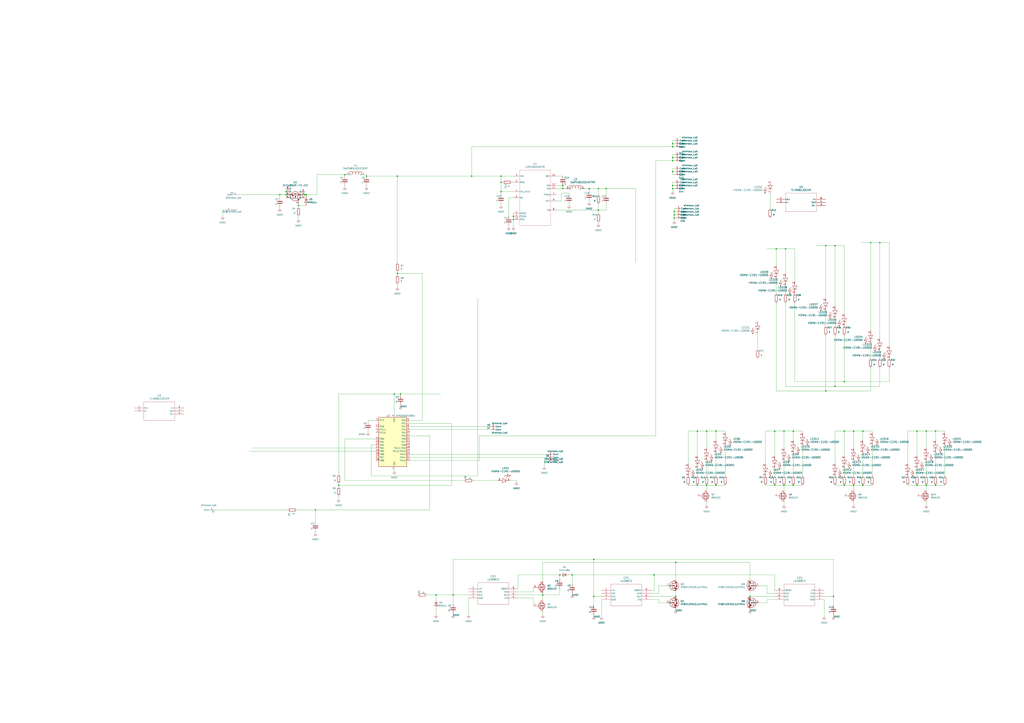
<source format=kicad_sch>
(kicad_sch (version 20230121) (generator eeschema)
  (paper "A1")
  (junction (at 615.95 490.22))
  (junction (at 245.11 168.91))
  (junction (at 553.72 173.99))
  (junction (at 411.48 157.48))
  (junction (at 753.11 398.78))
  (junction (at 636.27 354.33))
  (junction (at 300.99 144.78))
  (junction (at 553.72 176.53))
  (junction (at 554.99 462.28))
  (junction (at 491.49 172.72))
  (junction (at 636.27 398.78))
  (junction (at 552.45 154.94))
  (junction (at 445.77 488.95))
  (junction (at 234.95 157.48))
  (junction (at 537.21 472.44))
  (junction (at 693.42 313.69))
  (junction (at 323.85 323.85))
  (junction (at 645.16 204.47))
  (junction (at 643.89 354.33))
  (junction (at 459.74 472.44))
  (junction (at 229.87 160.02))
  (junction (at 708.66 354.33))
  (junction (at 411.48 144.78))
  (junction (at 411.48 149.86))
  (junction (at 278.13 398.78))
  (junction (at 760.73 354.33))
  (junction (at 552.45 132.08))
  (junction (at 753.11 354.33))
  (junction (at 685.8 201.93))
  (junction (at 693.42 354.33))
  (junction (at 651.51 354.33))
  (junction (at 580.39 354.33))
  (junction (at 491.49 154.94))
  (junction (at 421.64 180.34))
  (junction (at 250.19 160.02))
  (junction (at 678.18 321.31))
  (junction (at 259.08 419.1))
  (junction (at 469.9 472.44))
  (junction (at 580.39 398.78))
  (junction (at 487.68 459.74))
  (junction (at 497.84 154.94))
  (junction (at 685.8 317.5))
  (junction (at 684.53 490.22))
  (junction (at 572.77 354.33))
  (junction (at 678.18 201.93))
  (junction (at 462.28 154.94))
  (junction (at 651.51 398.78))
  (junction (at 487.68 490.22))
  (junction (at 693.42 398.78))
  (junction (at 552.45 140.97))
  (junction (at 768.35 398.78))
  (junction (at 554.99 490.22))
  (junction (at 722.63 199.39))
  (junction (at 552.45 120.65))
  (junction (at 552.45 152.4))
  (junction (at 552.45 129.54))
  (junction (at 358.14 488.95))
  (junction (at 552.45 118.11))
  (junction (at 768.35 354.33))
  (junction (at 326.39 224.79))
  (junction (at 326.39 144.78))
  (junction (at 708.66 398.78))
  (junction (at 572.77 398.78))
  (junction (at 483.87 154.94))
  (junction (at 328.93 323.85))
  (junction (at 701.04 398.78))
  (junction (at 588.01 354.33))
  (junction (at 387.35 144.78))
  (junction (at 553.72 179.07))
  (junction (at 643.89 398.78))
  (junction (at 234.95 160.02))
  (junction (at 462.28 152.4))
  (junction (at 637.54 204.47))
  (junction (at 421.64 177.8))
  (junction (at 760.73 398.78))
  (junction (at 372.11 488.95))
  (junction (at 251.46 160.02))
  (junction (at 588.01 398.78))
  (junction (at 283.21 143.51))
  (junction (at 715.01 199.39))
  (junction (at 701.04 354.33))
  (wire (pts (xy 615.95 462.28) (xy 554.99 462.28)))
  (wire (pts (xy 685.8 354.33) (xy 693.42 354.33)))
  (wire (pts (xy 552.45 149.86) (xy 552.45 152.4)))
  (wire (pts (xy 259.08 419.1) (xy 259.08 429.26)))
  (wire (pts (xy 497.84 167.64) (xy 497.84 172.72)))
  (wire (pts (xy 552.45 140.97) (xy 552.45 143.51)))
  (wire (pts (xy 387.35 120.65) (xy 387.35 144.78)))
  (wire (pts (xy 425.45 491.49) (xy 438.15 491.49)))
  (wire (pts (xy 636.27 384.81) (xy 636.27 391.16)))
  (wire (pts (xy 651.51 398.78) (xy 659.13 398.78)))
  (wire (pts (xy 565.15 354.33) (xy 565.15 381)))
  (wire (pts (xy 358.14 488.95) (xy 372.11 488.95)))
  (wire (pts (xy 336.55 353.06) (xy 403.86 353.06)))
  (wire (pts (xy 643.89 398.78) (xy 643.89 402.59)))
  (wire (pts (xy 419.1 394.97) (xy 424.18 394.97)))
  (wire (pts (xy 572.77 354.33) (xy 572.77 374.65)))
  (wire (pts (xy 372.11 488.95) (xy 372.11 496.57)))
  (wire (pts (xy 701.04 415.29) (xy 701.04 412.75)))
  (wire (pts (xy 684.53 505.46) (xy 684.53 506.73)))
  (wire (pts (xy 554.99 140.97) (xy 552.45 140.97)))
  (wire (pts (xy 457.2 152.4) (xy 462.28 152.4)))
  (wire (pts (xy 684.53 490.22) (xy 684.53 497.84)))
  (wire (pts (xy 552.45 115.57) (xy 552.45 118.11)))
  (wire (pts (xy 283.21 152.4) (xy 283.21 153.67)))
  (wire (pts (xy 424.18 394.97) (xy 424.18 396.24)))
  (wire (pts (xy 580.39 398.78) (xy 588.01 398.78)))
  (wire (pts (xy 556.26 171.45) (xy 553.72 171.45)))
  (wire (pts (xy 372.11 504.19) (xy 372.11 505.46)))
  (wire (pts (xy 685.8 398.78) (xy 693.42 398.78)))
  (wire (pts (xy 643.89 354.33) (xy 651.51 354.33)))
  (wire (pts (xy 491.49 160.02) (xy 491.49 154.94)))
  (wire (pts (xy 645.16 204.47) (xy 637.54 204.47)))
  (wire (pts (xy 483.87 154.94) (xy 491.49 154.94)))
  (wire (pts (xy 534.67 492.76) (xy 541.02 492.76)))
  (wire (pts (xy 693.42 354.33) (xy 693.42 374.65)))
  (wire (pts (xy 278.13 323.85) (xy 278.13 389.89)))
  (wire (pts (xy 722.63 288.29) (xy 722.63 294.64)))
  (wire (pts (xy 469.9 472.44) (xy 469.9 480.06)))
  (wire (pts (xy 420.37 149.86) (xy 421.64 149.86)))
  (wire (pts (xy 628.65 354.33) (xy 628.65 381)))
  (wire (pts (xy 521.97 154.94) (xy 521.97 215.9)))
  (wire (pts (xy 745.49 354.33) (xy 745.49 381)))
  (wire (pts (xy 554.99 129.54) (xy 552.45 129.54)))
  (wire (pts (xy 572.77 354.33) (xy 580.39 354.33)))
  (wire (pts (xy 685.8 354.33) (xy 685.8 381)))
  (wire (pts (xy 411.48 144.78) (xy 411.48 149.86)))
  (wire (pts (xy 572.77 384.81) (xy 572.77 391.16)))
  (wire (pts (xy 304.8 391.16) (xy 392.43 391.16)))
  (wire (pts (xy 182.88 172.72) (xy 182.88 177.8)))
  (wire (pts (xy 336.55 345.44) (xy 346.71 345.44)))
  (wire (pts (xy 207.01 368.3) (xy 308.61 368.3)))
  (wire (pts (xy 336.55 350.52) (xy 403.86 350.52)))
  (wire (pts (xy 541.02 495.3) (xy 547.37 495.3)))
  (wire (pts (xy 194.31 160.02) (xy 229.87 160.02)))
  (wire (pts (xy 411.48 167.64) (xy 411.48 168.91)))
  (wire (pts (xy 302.26 346.71) (xy 302.26 345.44)))
  (wire (pts (xy 693.42 313.69) (xy 652.78 313.69)))
  (wire (pts (xy 565.15 354.33) (xy 572.77 354.33)))
  (wire (pts (xy 245.11 168.91) (xy 245.11 170.18)))
  (wire (pts (xy 487.68 490.22) (xy 487.68 497.84)))
  (wire (pts (xy 497.84 154.94) (xy 521.97 154.94)))
  (wire (pts (xy 469.9 472.44) (xy 537.21 472.44)))
  (wire (pts (xy 387.35 120.65) (xy 552.45 120.65)))
  (wire (pts (xy 678.18 275.59) (xy 678.18 321.31)))
  (wire (pts (xy 580.39 398.78) (xy 580.39 402.59)))
  (wire (pts (xy 643.89 354.33) (xy 643.89 368.3)))
  (wire (pts (xy 204.47 370.84) (xy 308.61 370.84)))
  (wire (pts (xy 483.87 154.94) (xy 483.87 157.48)))
  (wire (pts (xy 461.01 158.75) (xy 461.01 165.1)))
  (wire (pts (xy 392.43 245.11) (xy 392.43 391.16)))
  (wire (pts (xy 693.42 398.78) (xy 701.04 398.78)))
  (wire (pts (xy 678.18 255.27) (xy 678.18 267.97)))
  (wire (pts (xy 425.45 488.95) (xy 445.77 488.95)))
  (wire (pts (xy 637.54 204.47) (xy 637.54 218.44)))
  (wire (pts (xy 538.48 358.14) (xy 393.7 358.14)))
  (wire (pts (xy 541.02 487.68) (xy 541.02 481.33)))
  (wire (pts (xy 302.26 345.44) (xy 308.61 345.44)))
  (wire (pts (xy 487.68 490.22) (xy 487.68 459.74)))
  (wire (pts (xy 716.28 365.76) (xy 716.28 391.16)))
  (wire (pts (xy 629.92 492.76) (xy 629.92 495.3)))
  (wire (pts (xy 450.85 378.46) (xy 447.04 378.46)))
  (wire (pts (xy 326.39 224.79) (xy 326.39 226.06)))
  (wire (pts (xy 328.93 323.85) (xy 323.85 323.85)))
  (wire (pts (xy 459.74 488.95) (xy 445.77 488.95)))
  (wire (pts (xy 554.99 500.38) (xy 554.99 501.65)))
  (wire (pts (xy 636.27 354.33) (xy 643.89 354.33)))
  (wire (pts (xy 651.51 354.33) (xy 651.51 361.95)))
  (wire (pts (xy 326.39 144.78) (xy 326.39 215.9)))
  (wire (pts (xy 494.03 490.22) (xy 487.68 490.22)))
  (wire (pts (xy 411.48 149.86) (xy 412.75 149.86)))
  (wire (pts (xy 722.63 199.39) (xy 722.63 278.13)))
  (wire (pts (xy 760.73 398.78) (xy 768.35 398.78)))
  (wire (pts (xy 685.8 317.5) (xy 645.16 317.5)))
  (wire (pts (xy 425.45 486.41) (xy 438.15 486.41)))
  (wire (pts (xy 768.35 354.33) (xy 768.35 361.95)))
  (wire (pts (xy 652.78 204.47) (xy 645.16 204.47)))
  (wire (pts (xy 245.11 177.8) (xy 245.11 180.34)))
  (wire (pts (xy 580.39 415.29) (xy 580.39 412.75)))
  (wire (pts (xy 753.11 398.78) (xy 760.73 398.78)))
  (wire (pts (xy 175.26 419.1) (xy 236.22 419.1)))
  (wire (pts (xy 628.65 354.33) (xy 636.27 354.33)))
  (wire (pts (xy 708.66 354.33) (xy 716.28 354.33)))
  (wire (pts (xy 487.68 459.74) (xy 372.11 459.74)))
  (wire (pts (xy 421.64 177.8) (xy 421.64 180.34)))
  (wire (pts (xy 260.35 143.51) (xy 283.21 143.51)))
  (wire (pts (xy 565.15 398.78) (xy 572.77 398.78)))
  (wire (pts (xy 326.39 144.78) (xy 387.35 144.78)))
  (wire (pts (xy 361.95 323.85) (xy 328.93 323.85)))
  (wire (pts (xy 328.93 325.12) (xy 328.93 323.85)))
  (wire (pts (xy 685.8 201.93) (xy 685.8 251.46)))
  (wire (pts (xy 693.42 384.81) (xy 693.42 391.16)))
  (wire (pts (xy 636.27 492.76) (xy 629.92 492.76)))
  (wire (pts (xy 553.72 179.07) (xy 553.72 181.61)))
  (wire (pts (xy 494.03 492.76) (xy 494.03 506.73)))
  (wire (pts (xy 553.72 176.53) (xy 553.72 179.07)))
  (wire (pts (xy 445.77 488.95) (xy 445.77 492.76)))
  (wire (pts (xy 730.25 199.39) (xy 722.63 199.39)))
  (wire (pts (xy 715.01 321.31) (xy 678.18 321.31)))
  (wire (pts (xy 684.53 459.74) (xy 487.68 459.74)))
  (wire (pts (xy 328.93 332.74) (xy 328.93 334.01)))
  (wire (pts (xy 534.67 490.22) (xy 554.99 490.22)))
  (wire (pts (xy 768.35 354.33) (xy 775.97 354.33)))
  (wire (pts (xy 370.84 347.98) (xy 370.84 398.78)))
  (wire (pts (xy 445.77 505.46) (xy 445.77 502.92)))
  (wire (pts (xy 445.77 477.52) (xy 445.77 462.28)))
  (wire (pts (xy 622.3 274.32) (xy 622.3 287.02)))
  (wire (pts (xy 636.27 398.78) (xy 643.89 398.78)))
  (wire (pts (xy 701.04 398.78) (xy 701.04 402.59)))
  (wire (pts (xy 645.16 204.47) (xy 645.16 224.79)))
  (wire (pts (xy 588.01 398.78) (xy 595.63 398.78)))
  (wire (pts (xy 326.39 233.68) (xy 326.39 236.22)))
  (wire (pts (xy 716.28 354.33) (xy 716.28 355.6)))
  (wire (pts (xy 552.45 129.54) (xy 552.45 132.08)))
  (wire (pts (xy 234.95 157.48) (xy 234.95 160.02)))
  (wire (pts (xy 693.42 275.59) (xy 693.42 313.69)))
  (wire (pts (xy 637.54 321.31) (xy 637.54 248.92)))
  (wire (pts (xy 300.99 144.78) (xy 326.39 144.78)))
  (wire (pts (xy 588.01 354.33) (xy 588.01 361.95)))
  (wire (pts (xy 643.89 398.78) (xy 651.51 398.78)))
  (wire (pts (xy 556.26 179.07) (xy 553.72 179.07)))
  (wire (pts (xy 417.83 162.56) (xy 417.83 177.8)))
  (wire (pts (xy 554.99 154.94) (xy 552.45 154.94)))
  (wire (pts (xy 467.36 158.75) (xy 467.36 160.02)))
  (wire (pts (xy 760.73 354.33) (xy 760.73 368.3)))
  (wire (pts (xy 245.11 168.91) (xy 251.46 168.91)))
  (wire (pts (xy 229.87 160.02) (xy 229.87 162.56)))
  (wire (pts (xy 753.11 354.33) (xy 753.11 374.65)))
  (wire (pts (xy 615.95 486.41) (xy 615.95 490.22)))
  (wire (pts (xy 595.63 365.76) (xy 595.63 391.16)))
  (wire (pts (xy 469.9 487.68) (xy 469.9 488.95)))
  (wire (pts (xy 708.66 398.78) (xy 716.28 398.78)))
  (wire (pts (xy 595.63 354.33) (xy 595.63 355.6)))
  (wire (pts (xy 283.21 143.51) (xy 283.21 144.78)))
  (wire (pts (xy 588.01 354.33) (xy 595.63 354.33)))
  (wire (pts (xy 336.55 373.38) (xy 450.85 373.38)))
  (wire (pts (xy 534.67 487.68) (xy 541.02 487.68)))
  (wire (pts (xy 372.11 488.95) (xy 384.81 488.95)))
  (wire (pts (xy 730.25 199.39) (xy 730.25 284.48)))
  (wire (pts (xy 234.95 160.02) (xy 229.87 160.02)))
  (wire (pts (xy 259.08 419.1) (xy 353.06 419.1)))
  (wire (pts (xy 676.91 492.76) (xy 676.91 506.73)))
  (wire (pts (xy 651.51 372.11) (xy 651.51 391.16)))
  (wire (pts (xy 491.49 167.64) (xy 491.49 172.72)))
  (wire (pts (xy 393.7 378.46) (xy 393.7 358.14)))
  (wire (pts (xy 308.61 365.76) (xy 304.8 365.76)))
  (wire (pts (xy 552.45 152.4) (xy 552.45 154.94)))
  (wire (pts (xy 775.97 365.76) (xy 775.97 391.16)))
  (wire (pts (xy 251.46 161.29) (xy 251.46 160.02)))
  (wire (pts (xy 260.35 143.51) (xy 260.35 160.02)))
  (wire (pts (xy 554.99 486.41) (xy 554.99 490.22)))
  (wire (pts (xy 445.77 462.28) (xy 554.99 462.28)))
  (wire (pts (xy 715.01 199.39) (xy 707.39 199.39)))
  (wire (pts (xy 304.8 365.76) (xy 304.8 391.16)))
  (wire (pts (xy 760.73 354.33) (xy 768.35 354.33)))
  (wire (pts (xy 636.27 472.44) (xy 537.21 472.44)))
  (wire (pts (xy 467.36 167.64) (xy 467.36 168.91)))
  (wire (pts (xy 483.87 154.94) (xy 480.06 154.94)))
  (wire (pts (xy 370.84 398.78) (xy 278.13 398.78)))
  (wire (pts (xy 323.85 386.08) (xy 323.85 387.35)))
  (wire (pts (xy 552.45 118.11) (xy 552.45 120.65)))
  (wire (pts (xy 760.73 415.29) (xy 760.73 412.75)))
  (wire (pts (xy 283.21 394.97) (xy 283.21 360.68)))
  (wire (pts (xy 715.01 199.39) (xy 715.01 271.78)))
  (wire (pts (xy 554.99 115.57) (xy 552.45 115.57)))
  (wire (pts (xy 628.65 398.78) (xy 636.27 398.78)))
  (wire (pts (xy 701.04 354.33) (xy 708.66 354.33)))
  (wire (pts (xy 278.13 398.78) (xy 278.13 400.05)))
  (wire (pts (xy 768.35 398.78) (xy 775.97 398.78)))
  (wire (pts (xy 417.83 162.56) (xy 421.64 162.56)))
  (wire (pts (xy 659.13 365.76) (xy 659.13 391.16)))
  (wire (pts (xy 491.49 182.88) (xy 491.49 184.15)))
  (wire (pts (xy 554.99 132.08) (xy 552.45 132.08)))
  (wire (pts (xy 243.84 419.1) (xy 259.08 419.1)))
  (wire (pts (xy 708.66 354.33) (xy 708.66 361.95)))
  (wire (pts (xy 491.49 172.72) (xy 491.49 175.26)))
  (wire (pts (xy 438.15 491.49) (xy 438.15 497.84)))
  (wire (pts (xy 336.55 375.92) (xy 450.85 375.92)))
  (wire (pts (xy 278.13 397.51) (xy 278.13 398.78)))
  (wire (pts (xy 645.16 234.95) (xy 645.16 241.3)))
  (wire (pts (xy 353.06 358.14) (xy 353.06 419.1)))
  (wire (pts (xy 381 394.97) (xy 283.21 394.97)))
  (wire (pts (xy 425.45 472.44) (xy 459.74 472.44)))
  (wire (pts (xy 615.95 500.38) (xy 615.95 501.65)))
  (wire (pts (xy 645.16 317.5) (xy 645.16 248.92)))
  (wire (pts (xy 554.99 149.86) (xy 552.45 149.86)))
  (wire (pts (xy 651.51 354.33) (xy 659.13 354.33)))
  (wire (pts (xy 234.95 154.94) (xy 234.95 157.48)))
  (wire (pts (xy 250.19 160.02) (xy 250.19 162.56)))
  (wire (pts (xy 283.21 143.51) (xy 284.48 143.51)))
  (wire (pts (xy 300.99 152.4) (xy 300.99 153.67)))
  (wire (pts (xy 760.73 398.78) (xy 760.73 402.59)))
  (wire (pts (xy 302.26 354.33) (xy 302.26 355.6)))
  (wire (pts (xy 588.01 372.11) (xy 588.01 391.16)))
  (wire (pts (xy 632.46 158.75) (xy 632.46 171.45)))
  (wire (pts (xy 278.13 323.85) (xy 323.85 323.85)))
  (wire (pts (xy 384.81 491.49) (xy 384.81 505.46)))
  (wire (pts (xy 541.02 492.76) (xy 541.02 495.3)))
  (wire (pts (xy 556.26 176.53) (xy 553.72 176.53)))
  (wire (pts (xy 722.63 302.26) (xy 722.63 317.5)))
  (wire (pts (xy 693.42 201.93) (xy 685.8 201.93)))
  (wire (pts (xy 457.2 144.78) (xy 462.28 144.78)))
  (wire (pts (xy 552.45 132.08) (xy 538.48 132.08)))
  (wire (pts (xy 554.99 118.11) (xy 552.45 118.11)))
  (wire (pts (xy 300.99 143.51) (xy 300.99 144.78)))
  (wire (pts (xy 676.91 490.22) (xy 684.53 490.22)))
  (wire (pts (xy 372.11 459.74) (xy 372.11 488.95)))
  (wire (pts (xy 715.01 302.26) (xy 715.01 321.31)))
  (wire (pts (xy 745.49 398.78) (xy 753.11 398.78)))
  (wire (pts (xy 554.99 127) (xy 552.45 127)))
  (wire (pts (xy 445.77 487.68) (xy 445.77 488.95)))
  (wire (pts (xy 250.19 157.48) (xy 250.19 160.02)))
  (wire (pts (xy 358.14 500.38) (xy 358.14 505.46)))
  (wire (pts (xy 629.92 481.33) (xy 623.57 481.33)))
  (wire (pts (xy 554.99 138.43) (xy 552.45 138.43)))
  (wire (pts (xy 722.63 199.39) (xy 715.01 199.39)))
  (wire (pts (xy 411.48 157.48) (xy 421.64 157.48)))
  (wire (pts (xy 753.11 354.33) (xy 760.73 354.33)))
  (wire (pts (xy 186.69 172.72) (xy 182.88 172.72)))
  (wire (pts (xy 278.13 407.67) (xy 278.13 410.21)))
  (wire (pts (xy 411.48 144.78) (xy 421.64 144.78)))
  (wire (pts (xy 636.27 354.33) (xy 636.27 374.65)))
  (wire (pts (xy 652.78 313.69) (xy 652.78 248.92)))
  (wire (pts (xy 708.66 372.11) (xy 708.66 391.16)))
  (wire (pts (xy 462.28 154.94) (xy 464.82 154.94)))
  (wire (pts (xy 693.42 354.33) (xy 701.04 354.33)))
  (wire (pts (xy 636.27 487.68) (xy 629.92 487.68)))
  (wire (pts (xy 491.49 172.72) (xy 497.84 172.72)))
  (wire (pts (xy 701.04 378.46) (xy 701.04 391.16)))
  (wire (pts (xy 346.71 224.79) (xy 326.39 224.79)))
  (wire (pts (xy 556.26 173.99) (xy 553.72 173.99)))
  (wire (pts (xy 411.48 149.86) (xy 411.48 157.48)))
  (wire (pts (xy 245.11 167.64) (xy 245.11 168.91)))
  (wire (pts (xy 251.46 160.02) (xy 250.19 160.02)))
  (wire (pts (xy 701.04 354.33) (xy 701.04 368.3)))
  (wire (pts (xy 629.92 495.3) (xy 623.57 495.3)))
  (wire (pts (xy 643.89 415.29) (xy 643.89 412.75)))
  (wire (pts (xy 684.53 490.22) (xy 684.53 459.74)))
  (wire (pts (xy 553.72 171.45) (xy 553.72 173.99)))
  (wire (pts (xy 580.39 354.33) (xy 580.39 368.3)))
  (wire (pts (xy 685.8 275.59) (xy 685.8 317.5)))
  (wire (pts (xy 678.18 321.31) (xy 637.54 321.31)))
  (wire (pts (xy 701.04 398.78) (xy 708.66 398.78)))
  (wire (pts (xy 336.55 347.98) (xy 370.84 347.98)))
  (wire (pts (xy 730.25 302.26) (xy 730.25 313.69)))
  (wire (pts (xy 637.54 228.6) (xy 637.54 241.3)))
  (wire (pts (xy 461.01 158.75) (xy 467.36 158.75)))
  (wire (pts (xy 417.83 185.42) (xy 417.83 186.69)))
  (wire (pts (xy 459.74 483.87) (xy 459.74 488.95)))
  (wire (pts (xy 538.48 132.08) (xy 538.48 358.14)))
  (wire (pts (xy 580.39 378.46) (xy 580.39 391.16)))
  (wire (pts (xy 411.48 157.48) (xy 411.48 160.02)))
  (wire (pts (xy 497.84 160.02) (xy 497.84 154.94)))
  (wire (pts (xy 636.27 490.22) (xy 615.95 490.22)))
  (wire (pts (xy 636.27 485.14) (xy 636.27 472.44)))
  (wire (pts (xy 534.67 485.14) (xy 537.21 485.14)))
  (wire (pts (xy 643.89 378.46) (xy 643.89 391.16)))
  (wire (pts (xy 580.39 354.33) (xy 588.01 354.33)))
  (wire (pts (xy 234.95 160.02) (xy 234.95 162.56)))
  (wire (pts (xy 753.11 384.81) (xy 753.11 391.16)))
  (wire (pts (xy 553.72 173.99) (xy 553.72 176.53)))
  (wire (pts (xy 693.42 201.93) (xy 693.42 257.81)))
  (wire (pts (xy 572.77 398.78) (xy 580.39 398.78)))
  (wire (pts (xy 259.08 436.88) (xy 259.08 438.15)))
  (wire (pts (xy 283.21 360.68) (xy 308.61 360.68)))
  (wire (pts (xy 768.35 372.11) (xy 768.35 391.16)))
  (wire (pts (xy 552.45 120.65) (xy 554.99 120.65)))
  (wire (pts (xy 457.2 172.72) (xy 491.49 172.72)))
  (wire (pts (xy 659.13 354.33) (xy 659.13 355.6)))
  (wire (pts (xy 685.8 201.93) (xy 678.18 201.93)))
  (wire (pts (xy 438.15 486.41) (xy 438.15 482.6)))
  (wire (pts (xy 552.45 127) (xy 552.45 129.54)))
  (wire (pts (xy 775.97 354.33) (xy 775.97 355.6)))
  (wire (pts (xy 715.01 281.94) (xy 715.01 294.64)))
  (wire (pts (xy 461.01 165.1) (xy 457.2 165.1)))
  (wire (pts (xy 358.14 488.95) (xy 358.14 492.76)))
  (wire (pts (xy 541.02 481.33) (xy 547.37 481.33)))
  (wire (pts (xy 552.45 138.43) (xy 552.45 140.97)))
  (wire (pts (xy 462.28 152.4) (xy 462.28 154.94)))
  (wire (pts (xy 554.99 152.4) (xy 552.45 152.4)))
  (wire (pts (xy 300.99 143.51) (xy 299.72 143.51)))
  (wire (pts (xy 457.2 154.94) (xy 462.28 154.94)))
  (wire (pts (xy 487.68 505.46) (xy 487.68 506.73)))
  (wire (pts (xy 326.39 223.52) (xy 326.39 224.79)))
  (wire (pts (xy 421.64 175.26) (xy 421.64 177.8)))
  (wire (pts (xy 483.87 165.1) (xy 483.87 166.37)))
  (wire (pts (xy 685.8 261.62) (xy 685.8 267.97)))
  (wire (pts (xy 629.92 487.68) (xy 629.92 481.33)))
  (wire (pts (xy 421.64 180.34) (xy 421.64 186.69)))
  (wire (pts (xy 722.63 317.5) (xy 685.8 317.5)))
  (wire (pts (xy 652.78 204.47) (xy 652.78 231.14)))
  (wire (pts (xy 552.45 143.51) (xy 554.99 143.51)))
  (wire (pts (xy 323.85 323.85) (xy 323.85 340.36)))
  (wire (pts (xy 260.35 160.02) (xy 251.46 160.02)))
  (wire (pts (xy 678.18 201.93) (xy 670.56 201.93)))
  (wire (pts (xy 615.95 476.25) (xy 615.95 462.28)))
  (wire (pts (xy 745.49 354.33) (xy 753.11 354.33)))
  (wire (pts (xy 760.73 378.46) (xy 760.73 391.16)))
  (wire (pts (xy 229.87 170.18) (xy 229.87 171.45)))
  (wire (pts (xy 388.62 394.97) (xy 408.94 394.97)))
  (wire (pts (xy 537.21 472.44) (xy 537.21 485.14)))
  (wire (pts (xy 387.35 144.78) (xy 411.48 144.78)))
  (wire (pts (xy 491.49 154.94) (xy 497.84 154.94)))
  (wire (pts (xy 554.99 462.28) (xy 554.99 476.25)))
  (wire (pts (xy 346.71 224.79) (xy 346.71 345.44)))
  (wire (pts (xy 730.25 313.69) (xy 693.42 313.69)))
  (wire (pts (xy 350.52 488.95) (xy 358.14 488.95)))
  (wire (pts (xy 678.18 201.93) (xy 678.18 245.11)))
  (wire (pts (xy 336.55 378.46) (xy 393.7 378.46)))
  (wire (pts (xy 336.55 358.14) (xy 353.06 358.14)))
  (wire (pts (xy 637.54 204.47) (xy 629.92 204.47)))
  (wire (pts (xy 467.36 472.44) (xy 469.9 472.44)))
  (wire (pts (xy 447.04 378.46) (xy 447.04 383.54)))
  (wire (pts (xy 459.74 472.44) (xy 459.74 476.25)))
  (wire (pts (xy 552.45 154.94) (xy 552.45 157.48)))
  (wire (pts (xy 425.45 483.87) (xy 425.45 472.44)))
  (symbol (lib_id "HSMW-C191:HSMW-C191-U0000") (at 715.01 271.78 90) (mirror x) (unit 1)
    (property "Reference" "LED24" (at 708.66 276.86 90) (effects (font (size 1.524 1.524)) (justify left)))
    (property "Value" "HSMW-C191-U0000" (at 708.66 279.4 90) (effects (font (size 1.524 1.524)) (justify left)))
    (property "Footprint" "ul_HSMW-C191-U0000:LED_91-U0000" (effects hide))
    (property "Datasheet" "HSMW-C191-U0000" (effects hide))
  )
  (symbol (lib_id "HSMW-C191:HSMW-C191-U0000") (at 408.94 394.97 0) (unit 1)
    (property "Reference" "LED1" (at 415.29 384.81 0) (effects (font (size 1.524 1.524))))
    (property "Value" "HSMW-C191-U0000" (at 415.29 387.35 0) (effects (font (size 1.524 1.524))))
    (property "Footprint" "ul_HSMW-C191-U0000:LED_91-U0000" (effects hide))
    (property "Datasheet" "HSMW-C191-U0000" (effects hide))
  )
  (symbol (lib_id "Device:R") (at 685.8 271.78 0) (mirror x) (unit 1)
    (property "Reference" "R36" (at 690.88 269.24 0) (effects (justify right)))
    (property "Value" "R" (at 689.61 273.05 0) (effects (justify right)))
    (property "Footprint" "Resistor_SMD:R_0402_1005Metric_Pad0.72x0.64mm_HandSolder" (effects hide))
  )
  (symbol (lib_id "Connectors_for_Wire:WireHole_1p5") (at 556.26 179.07 0) (unit 1)
    (property "Reference" "D30" (at 558.8 181.61 0) (effects (justify left)))
    (property "Value" "WireHole_1p5" (at 561.34 176.53 0) (effects (justify left)))
    (property "Footprint" "Wire_holes:WireHole_2p0" (effects hide))
  )
  (symbol (lib_id "Connectors_for_Wire:WireHole_1p5") (at 554.99 140.97 0) (unit 1)
    (property "Reference" "D22" (at 557.53 143.51 0) (effects (justify left)))
    (property "Value" "WireHole_1p5" (at 560.07 138.43 0) (effects (justify left)))
    (property "Footprint" "Wire_holes:WireHole_0p7" (effects hide))
  )
  (symbol (lib_id "Diode:1N4148W") (at 463.55 472.44 180) (unit 1)
    (property "Reference" "D4" (at 463.55 466.09 0))
    (property "Value" "1N4148W" (at 463.55 468.63 0))
    (property "Footprint" "Diode_SMD:D_SOD-123" (effects hide))
    (property "Datasheet" "https://www.vishay.com/docs/85748/1n4148w.pdf" (effects hide))
    (property "Sim.Device" "D" (effects hide))
    (property "Sim.Pins" "1=K 2=A" (effects hide))
  )
  (symbol (lib_id "HSMW-C191:HSMW-C191-U0000") (at 580.39 368.3 270) (unit 1)
    (property "Reference" "LED4" (at 586.74 373.38 90) (effects (font (size 1.524 1.524)) (justify left)))
    (property "Value" "HSMW-C191-U0000" (at 586.74 375.92 90) (effects (font (size 1.524 1.524)) (justify left)))
    (property "Footprint" "ul_HSMW-C191-U0000:LED_91-U0000" (effects hide))
    (property "Datasheet" "HSMW-C191-U0000" (effects hide))
  )
  (symbol (lib_id "Device:R") (at 701.04 394.97 180) (unit 1)
    (property "Reference" "R24" (at 695.96 392.43 0) (effects (justify right)))
    (property "Value" "R" (at 697.23 396.24 0) (effects (justify right)))
    (property "Footprint" "Resistor_SMD:R_0402_1005Metric_Pad0.72x0.64mm_HandSolder" (effects hide))
  )
  (symbol (lib_id "Device:R") (at 416.56 149.86 270) (unit 1)
    (property "Reference" "R11" (at 415.29 154.94 0) (effects (justify right)))
    (property "Value" "R" (at 417.83 153.67 0) (effects (justify right)))
    (property "Footprint" "Resistor_SMD:R_0402_1005Metric_Pad0.72x0.64mm_HandSolder" (effects hide))
  )
  (symbol (lib_id "HSMW-C191:HSMW-C191-U0000") (at 753.11 374.65 270) (unit 1)
    (property "Reference" "LED18" (at 759.46 379.73 90) (effects (font (size 1.524 1.524)) (justify left)))
    (property "Value" "HSMW-C191-U0000" (at 759.46 382.27 90) (effects (font (size 1.524 1.524)) (justify left)))
    (property "Footprint" "ul_HSMW-C191-U0000:LED_91-U0000" (effects hide))
    (property "Datasheet" "HSMW-C191-U0000" (effects hide))
  )
  (symbol (lib_id "Device:R") (at 628.65 394.97 180) (unit 1)
    (property "Reference" "R17" (at 623.57 392.43 0) (effects (justify right)))
    (property "Value" "R" (at 624.84 396.24 0) (effects (justify right)))
    (property "Footprint" "Resistor_SMD:R_0402_1005Metric_Pad0.72x0.64mm_HandSolder" (effects hide))
  )
  (symbol (lib_id "Connectors_for_Wire:WireHole_1p5") (at 554.99 127 0) (unit 1)
    (property "Reference" "D25" (at 557.53 129.54 0) (effects (justify left)))
    (property "Value" "WireHole_1p5" (at 560.07 124.46 0) (effects (justify left)))
    (property "Footprint" "Wire_holes:WireHole_0p7" (effects hide))
  )
  (symbol (lib_id "Device:R") (at 384.81 394.97 270) (unit 1)
    (property "Reference" "R9" (at 382.27 393.7 0) (effects (justify right)))
    (property "Value" "R" (at 386.08 393.7 0) (effects (justify right)))
    (property "Footprint" "Resistor_SMD:R_0402_1005Metric_Pad0.72x0.64mm_HandSolder" (effects hide))
  )
  (symbol (lib_id "Device:C") (at 487.68 501.65 0) (unit 1)
    (property "Reference" "C12" (at 483.87 499.11 0) (effects (justify left)))
    (property "Value" "C" (at 483.87 502.92 0) (effects (justify left)))
    (property "Footprint" "Capacitor_SMD:C_0402_1005Metric_Pad0.74x0.62mm_HandSolder" (effects hide))
  )
  (symbol (lib_id "Device:R") (at 693.42 271.78 0) (mirror x) (unit 1)
    (property "Reference" "R35" (at 698.5 269.24 0) (effects (justify right)))
    (property "Value" "R" (at 697.23 273.05 0) (effects (justify right)))
    (property "Footprint" "Resistor_SMD:R_0402_1005Metric_Pad0.72x0.64mm_HandSolder" (effects hide))
  )
  (symbol (lib_id "HSMW-C191:HSMW-C191-U0000") (at 716.28 355.6 270) (unit 1)
    (property "Reference" "LED16" (at 722.63 360.68 90) (effects (font (size 1.524 1.524)) (justify left)))
    (property "Value" "HSMW-C191-U0000" (at 722.63 363.22 90) (effects (font (size 1.524 1.524)) (justify left)))
    (property "Footprint" "ul_HSMW-C191-U0000:LED_91-U0000" (effects hide))
    (property "Datasheet" "HSMW-C191-U0000" (effects hide))
  )
  (symbol (lib_id "Connectors_for_Wire:WireHole_1p5") (at 403.86 353.06 0) (mirror x) (unit 1)
    (property "Reference" "D7" (at 400.05 351.79 0) (effects (justify left)))
    (property "Value" "WireHole_1p5" (at 403.86 355.6 0) (effects (justify left)))
    (property "Footprint" "Wire_holes:WireHole_0p7" (effects hide))
  )
  (symbol (lib_id "power:GND2") (at 417.83 186.69 0) (unit 1)
    (property "Reference" "#PWR016" (effects hide))
    (property "Value" "GND2" (at 417.83 191.77 0))
  )
  (symbol (lib_id "power:GND2") (at 580.39 415.29 0) (unit 1)
    (property "Reference" "#PWR033" (effects hide))
    (property "Value" "GND2" (at 580.39 420.37 0))
  )
  (symbol (lib_id "power:GND2") (at 615.95 501.65 0) (unit 1)
    (property "Reference" "#PWR027" (effects hide))
    (property "Value" "GND2" (at 618.49 501.65 0))
  )
  (symbol (lib_id "Connectors_for_Wire:WireHole_1p5") (at 556.26 176.53 0) (unit 1)
    (property "Reference" "D29" (at 558.8 179.07 0) (effects (justify left)))
    (property "Value" "WireHole_1p5" (at 561.34 173.99 0) (effects (justify left)))
    (property "Footprint" "Wire_holes:WireHole_2p0" (effects hide))
  )
  (symbol (lib_id "Transistor_FET:BSS123") (at 443.23 482.6 0) (unit 1)
    (property "Reference" "Q2" (at 449.58 481.33 0) (effects (justify left)))
    (property "Value" "BSS123" (at 449.58 483.87 0) (effects (justify left)))
    (property "Footprint" "Package_TO_SOT_SMD:SOT-23" (effects hide))
    (property "Datasheet" "http://www.diodes.com/assets/Datasheets/ds30366.pdf" (effects hide))
  )
  (symbol (lib_id "HSMW-C191:HSMW-C191-U0000") (at 768.35 361.95 270) (unit 1)
    (property "Reference" "LED20" (at 774.7 367.03 90) (effects (font (size 1.524 1.524)) (justify left)))
    (property "Value" "HSMW-C191-U0000" (at 774.7 369.57 90) (effects (font (size 1.524 1.524)) (justify left)))
    (property "Footprint" "ul_HSMW-C191-U0000:LED_91-U0000" (effects hide))
    (property "Datasheet" "HSMW-C191-U0000" (effects hide))
  )
  (symbol (lib_id "HSMW-C191:HSMW-C191-U0000") (at 645.16 224.79 90) (mirror x) (unit 1)
    (property "Reference" "LED29" (at 638.81 229.87 90) (effects (font (size 1.524 1.524)) (justify left)))
    (property "Value" "HSMW-C191-U0000" (at 638.81 232.41 90) (effects (font (size 1.524 1.524)) (justify left)))
    (property "Footprint" "ul_HSMW-C191-U0000:LED_91-U0000" (effects hide))
    (property "Datasheet" "HSMW-C191-U0000" (effects hide))
  )
  (symbol (lib_id "Transistor_FET:BSS123") (at 758.19 407.67 0) (unit 1)
    (property "Reference" "Q10" (at 764.54 406.4 0) (effects (justify left)))
    (property "Value" "BSS123" (at 764.54 408.94 0) (effects (justify left)))
    (property "Footprint" "Package_TO_SOT_SMD:SOT-23" (effects hide))
    (property "Datasheet" "http://www.diodes.com/assets/Datasheets/ds30366.pdf" (effects hide))
  )
  (symbol (lib_id "Connectors_for_Wire:WireHole_1p5") (at 554.99 129.54 0) (unit 1)
    (property "Reference" "D24" (at 557.53 132.08 0) (effects (justify left)))
    (property "Value" "WireHole_1p5" (at 560.07 127 0) (effects (justify left)))
    (property "Footprint" "Wire_holes:WireHole_0p7" (effects hide))
  )
  (symbol (lib_id "SI7489DP:SI7489DP-T1-E3") (at 245.11 167.64 270) (mirror x) (unit 1)
    (property "Reference" "U1" (at 242.57 149.86 90) (effects (font (size 1.524 1.524))))
    (property "Value" "SI7489DP-T1-E3" (at 242.57 152.4 90) (effects (font (size 1.524 1.524))))
    (property "Footprint" "ul_SI7852DP-T1:POWERPAK_SO-8_SINGLE_VIS" (effects hide))
    (property "Datasheet" "SI7489DP-T1-E3" (effects hide))
  )
  (symbol (lib_id "power:GND2") (at 283.21 153.67 0) (unit 1)
    (property "Reference" "#PWR06" (effects hide))
    (property "Value" "GND2" (at 283.21 158.75 0))
  )
  (symbol (lib_id "Device:R") (at 760.73 394.97 180) (unit 1)
    (property "Reference" "R29" (at 755.65 392.43 0) (effects (justify right)))
    (property "Value" "R" (at 756.92 396.24 0) (effects (justify right)))
    (property "Footprint" "Resistor_SMD:R_0402_1005Metric_Pad0.72x0.64mm_HandSolder" (effects hide))
  )
  (symbol (lib_id "Device:R") (at 346.71 488.95 270) (unit 1)
    (property "Reference" "R1" (at 344.17 487.68 0) (effects (justify right)))
    (property "Value" "R" (at 347.98 487.68 0) (effects (justify right)))
    (property "Footprint" "Resistor_SMD:R_0402_1005Metric_Pad0.72x0.64mm_HandSolder" (effects hide))
  )
  (symbol (lib_id "HSMW-C191:HSMW-C191-U0000") (at 730.25 284.48 90) (mirror x) (unit 1)
    (property "Reference" "LED22" (at 723.9 289.56 90) (effects (font (size 1.524 1.524)) (justify left)))
    (property "Value" "HSMW-C191-U0000" (at 723.9 292.1 90) (effects (font (size 1.524 1.524)) (justify left)))
    (property "Footprint" "ul_HSMW-C191-U0000:LED_91-U0000" (effects hide))
    (property "Datasheet" "HSMW-C191-U0000" (effects hide))
  )
  (symbol (lib_id "Device:R") (at 278.13 393.7 180) (unit 1)
    (property "Reference" "R5" (at 273.05 391.16 0) (effects (justify right)))
    (property "Value" "R" (at 274.32 394.97 0) (effects (justify right)))
    (property "Footprint" "Resistor_SMD:R_0402_1005Metric_Pad0.72x0.64mm_HandSolder" (effects hide))
  )
  (symbol (lib_id "ul_L6388ED:L6388ED") (at 384.81 483.87 0) (unit 1)
    (property "Reference" "CR1" (at 405.13 473.71 0) (effects (font (size 1.524 1.524))))
    (property "Value" "L6388ED" (at 405.13 476.25 0) (effects (font (size 1.524 1.524))))
    (property "Footprint" "SO-8_STM" (effects hide))
    (property "Datasheet" "L6388ED" (effects hide))
  )
  (symbol (lib_id "HSMW-C191:HSMW-C191-U0000") (at 678.18 245.11 90) (mirror x) (unit 1)
    (property "Reference" "LED27" (at 671.83 250.19 90) (effects (font (size 1.524 1.524)) (justify left)))
    (property "Value" "HSMW-C191-U0000" (at 671.83 252.73 90) (effects (font (size 1.524 1.524)) (justify left)))
    (property "Footprint" "ul_HSMW-C191-U0000:LED_91-U0000" (effects hide))
    (property "Datasheet" "HSMW-C191-U0000" (effects hide))
  )
  (symbol (lib_id "Device:C") (at 497.84 163.83 0) (unit 1)
    (property "Reference" "C21" (at 494.03 161.29 0) (effects (justify left)))
    (property "Value" "C" (at 494.03 165.1 0) (effects (justify left)))
    (property "Footprint" "Capacitor_SMD:C_0402_1005Metric_Pad0.74x0.62mm_HandSolder" (effects hide))
  )
  (symbol (lib_id "Device:R") (at 326.39 229.87 180) (unit 1)
    (property "Reference" "R8" (at 328.93 228.6 0) (effects (justify right)))
    (property "Value" "R" (at 328.93 231.14 0) (effects (justify right)))
    (property "Footprint" "Resistor_SMD:R_0402_1005Metric_Pad0.72x0.64mm_HandSolder" (effects hide))
  )
  (symbol (lib_id "power:GND2") (at 760.73 415.29 0) (unit 1)
    (property "Reference" "#PWR036" (effects hide))
    (property "Value" "GND2" (at 760.73 420.37 0))
  )
  (symbol (lib_id "HSMW-C191:HSMW-C191-U0000") (at 572.77 374.65 270) (unit 1)
    (property "Reference" "LED3" (at 579.12 379.73 90) (effects (font (size 1.524 1.524)) (justify left)))
    (property "Value" "HSMW-C191-U0000" (at 579.12 382.27 90) (effects (font (size 1.524 1.524)) (justify left)))
    (property "Footprint" "ul_HSMW-C191-U0000:LED_91-U0000" (effects hide))
    (property "Datasheet" "HSMW-C191-U0000" (effects hide))
  )
  (symbol (lib_id "Device:C") (at 328.93 328.93 0) (unit 1)
    (property "Reference" "C7" (at 325.12 326.39 0) (effects (justify left)))
    (property "Value" "C" (at 325.12 330.2 0) (effects (justify left)))
    (property "Footprint" "Capacitor_SMD:C_0402_1005Metric_Pad0.74x0.62mm_HandSolder" (effects hide))
  )
  (symbol (lib_id "HSMW-C191:HSMW-C191-U0000") (at 637.54 218.44 90) (mirror x) (unit 1)
    (property "Reference" "LED30" (at 631.19 223.52 90) (effects (font (size 1.524 1.524)) (justify left)))
    (property "Value" "HSMW-C191-U0000" (at 631.19 226.06 90) (effects (font (size 1.524 1.524)) (justify left)))
    (property "Footprint" "ul_HSMW-C191-U0000:LED_91-U0000" (effects hide))
    (property "Datasheet" "HSMW-C191-U0000" (effects hide))
  )
  (symbol (lib_id "Device:C") (at 300.99 148.59 0) (unit 1)
    (property "Reference" "C5" (at 297.18 146.05 0) (effects (justify left)))
    (property "Value" "C" (at 297.18 149.86 0) (effects (justify left)))
    (property "Footprint" "Capacitor_SMD:C_0805_2012Metric_Pad1.18x1.45mm_HandSolder" (effects hide))
  )
  (symbol (lib_id "power:GND2") (at 447.04 383.54 0) (unit 1)
    (property "Reference" "#PWR020" (effects hide))
    (property "Value" "GND2" (at 447.04 388.62 0))
  )
  (symbol (lib_id "power:GND2") (at 358.14 505.46 0) (unit 1)
    (property "Reference" "#PWR012" (effects hide))
    (property "Value" "GND2" (at 358.14 510.54 0))
  )
  (symbol (lib_id "HSMW-C191:HSMW-C191-U0000") (at 760.73 368.3 270) (unit 1)
    (property "Reference" "LED19" (at 767.08 373.38 90) (effects (font (size 1.524 1.524)) (justify left)))
    (property "Value" "HSMW-C191-U0000" (at 767.08 375.92 90) (effects (font (size 1.524 1.524)) (justify left)))
    (property "Footprint" "ul_HSMW-C191-U0000:LED_91-U0000" (effects hide))
    (property "Datasheet" "HSMW-C191-U0000" (effects hide))
  )
  (symbol (lib_id "HSMW-C191:HSMW-C191-U0000") (at 652.78 231.14 90) (mirror x) (unit 1)
    (property "Reference" "LED28" (at 646.43 236.22 90) (effects (font (size 1.524 1.524)) (justify left)))
    (property "Value" "HSMW-C191-U0000" (at 646.43 238.76 90) (effects (font (size 1.524 1.524)) (justify left)))
    (property "Footprint" "ul_HSMW-C191-U0000:LED_91-U0000" (effects hide))
    (property "Datasheet" "HSMW-C191-U0000" (effects hide))
  )
  (symbol (lib_id "IPB042N03:IPB042N03LGATMA1") (at 623.57 495.3 0) (mirror y) (unit 1)
    (property "Reference" "Q6" (at 612.14 494.03 0) (effects (font (size 1.524 1.524)) (justify left)))
    (property "Value" "IPB042N03LGATMA1" (at 612.14 496.57 0) (effects (font (size 1.524 1.524)) (justify left)))
    (property "Footprint" "IPB042N03LGATMA1_INF" (effects hide))
    (property "Datasheet" "IPB042N03LGATMA1" (effects hide))
  )
  (symbol (lib_id "power:GND2") (at 494.03 506.73 0) (unit 1)
    (property "Reference" "#PWR031" (effects hide))
    (property "Value" "GND2" (at 494.03 511.81 0))
  )
  (symbol (lib_id "power:GND2") (at 302.26 355.6 0) (unit 1)
    (property "Reference" "#PWR08" (effects hide))
    (property "Value" "GND2" (at 297.18 356.87 0))
  )
  (symbol (lib_id "power:GND2") (at 245.11 180.34 0) (unit 1)
    (property "Reference" "#PWR03" (effects hide))
    (property "Value" "GND2" (at 245.11 185.42 0))
  )
  (symbol (lib_id "Device:R") (at 565.15 394.97 180) (unit 1)
    (property "Reference" "R2" (at 560.07 392.43 0) (effects (justify right)))
    (property "Value" "R" (at 561.34 396.24 0) (effects (justify right)))
    (property "Footprint" "Resistor_SMD:R_0402_1005Metric_Pad0.72x0.64mm_HandSolder" (effects hide))
  )
  (symbol (lib_id "Device:C") (at 411.48 163.83 0) (unit 1)
    (property "Reference" "C10" (at 407.67 161.29 0) (effects (justify left)))
    (property "Value" "C" (at 407.67 165.1 0) (effects (justify left)))
    (property "Footprint" "Capacitor_SMD:C_0603_1608Metric_Pad1.08x0.95mm_HandSolder" (effects hide))
  )
  (symbol (lib_id "power:GND2") (at 411.48 168.91 0) (unit 1)
    (property "Reference" "#PWR015" (effects hide))
    (property "Value" "GND2" (at 411.48 173.99 0))
  )
  (symbol (lib_id "power:GND2") (at 469.9 488.95 0) (unit 1)
    (property "Reference" "#PWR019" (effects hide))
    (property "Value" "GND2" (at 472.44 488.95 0))
  )
  (symbol (lib_id "Transistor_FET:BSS123") (at 577.85 407.67 0) (unit 1)
    (property "Reference" "Q7" (at 584.2 406.4 0) (effects (justify left)))
    (property "Value" "BSS123" (at 584.2 408.94 0) (effects (justify left)))
    (property "Footprint" "Package_TO_SOT_SMD:SOT-23" (effects hide))
    (property "Datasheet" "http://www.diodes.com/assets/Datasheets/ds30366.pdf" (effects hide))
  )
  (symbol (lib_id "HSMW-C191:HSMW-C191-U0000") (at 636.27 374.65 270) (unit 1)
    (property "Reference" "LED8" (at 642.62 379.73 90) (effects (font (size 1.524 1.524)) (justify left)))
    (property "Value" "HSMW-C191-U0000" (at 642.62 382.27 90) (effects (font (size 1.524 1.524)) (justify left)))
    (property "Footprint" "ul_HSMW-C191-U0000:LED_91-U0000" (effects hide))
    (property "Datasheet" "HSMW-C191-U0000" (effects hide))
  )
  (symbol (lib_id "power:GND2") (at 326.39 236.22 0) (unit 1)
    (property "Reference" "#PWR010" (effects hide))
    (property "Value" "GND2" (at 326.39 241.3 0))
  )
  (symbol (lib_id "HSMW-C191:HSMW-C191-U0000") (at 628.65 381 270) (unit 1)
    (property "Reference" "LED7" (at 635 386.08 90) (effects (font (size 1.524 1.524)) (justify left)))
    (property "Value" "HSMW-C191-U0000" (at 635 388.62 90) (effects (font (size 1.524 1.524)) (justify left)))
    (property "Footprint" "ul_HSMW-C191-U0000:LED_91-U0000" (effects hide))
    (property "Datasheet" "HSMW-C191-U0000" (effects hide))
  )
  (symbol (lib_id "Transistor_FET:BSS123") (at 443.23 497.84 0) (unit 1)
    (property "Reference" "Q1" (at 449.58 496.57 0) (effects (justify left)))
    (property "Value" "BSS123" (at 449.58 499.11 0) (effects (justify left)))
    (property "Footprint" "Package_TO_SOT_SMD:SOT-23" (effects hide))
    (property "Datasheet" "http://www.diodes.com/assets/Datasheets/ds30366.pdf" (effects hide))
  )
  (symbol (lib_id "Device:R") (at 753.11 394.97 180) (unit 1)
    (property "Reference" "R28" (at 748.03 392.43 0) (effects (justify right)))
    (property "Value" "R" (at 749.3 396.24 0) (effects (justify right)))
    (property "Footprint" "Resistor_SMD:R_0402_1005Metric_Pad0.72x0.64mm_HandSolder" (effects hide))
  )
  (symbol (lib_id "power:GND2") (at 483.87 166.37 0) (unit 1)
    (property "Reference" "#PWR023" (effects hide))
    (property "Value" "GND2" (at 483.87 171.45 0))
  )
  (symbol (lib_id "HSMW-C191:HSMW-C191-U0000") (at 651.51 361.95 270) (unit 1)
    (property "Reference" "LED10" (at 657.86 367.03 90) (effects (font (size 1.524 1.524)) (justify left)))
    (property "Value" "HSMW-C191-U0000" (at 657.86 369.57 90) (effects (font (size 1.524 1.524)) (justify left)))
    (property "Footprint" "ul_HSMW-C191-U0000:LED_91-U0000" (effects hide))
    (property "Datasheet" "HSMW-C191-U0000" (effects hide))
  )
  (symbol (lib_id "Device:C") (at 483.87 161.29 0) (unit 1)
    (property "Reference" "C19" (at 480.06 158.75 0) (effects (justify left)))
    (property "Value" "C" (at 480.06 162.56 0) (effects (justify left)))
    (property "Footprint" "Capacitor_SMD:C_0805_2012Metric_Pad1.18x1.45mm_HandSolder" (effects hide))
  )
  (symbol (lib_id "Device:C") (at 259.08 433.07 0) (unit 1)
    (property "Reference" "C3" (at 255.27 430.53 0) (effects (justify left)))
    (property "Value" "C" (at 255.27 434.34 0) (effects (justify left)))
    (property "Footprint" "Capacitor_SMD:C_0402_1005Metric_Pad0.74x0.62mm_HandSolder" (effects hide))
  )
  (symbol (lib_id "HSMW-C191:HSMW-C191-U0000") (at 708.66 361.95 270) (unit 1)
    (property "Reference" "LED15" (at 715.01 367.03 90) (effects (font (size 1.524 1.524)) (justify left)))
    (property "Value" "HSMW-C191-U0000" (at 715.01 369.57 90) (effects (font (size 1.524 1.524)) (justify left)))
    (property "Footprint" "ul_HSMW-C191-U0000:LED_91-U0000" (effects hide))
    (property "Datasheet" "HSMW-C191-U0000" (effects hide))
  )
  (symbol (lib_id "HSMW-C191:HSMW-C191-U0000") (at 595.63 355.6 270) (unit 1)
    (property "Reference" "LED6" (at 601.98 360.68 90) (effects (font (size 1.524 1.524)) (justify left)))
    (property "Value" "HSMW-C191-U0000" (at 601.98 363.22 90) (effects (font (size 1.524 1.524)) (justify left)))
    (property "Footprint" "ul_HSMW-C191-U0000:LED_91-U0000" (effects hide))
    (property "Datasheet" "HSMW-C191-U0000" (effects hide))
  )
  (symbol (lib_id "Device:R") (at 745.49 394.97 180) (unit 1)
    (property "Reference" "R27" (at 740.41 392.43 0) (effects (justify right)))
    (property "Value" "R" (at 741.68 396.24 0) (effects (justify right)))
    (property "Footprint" "Resistor_SMD:R_0402_1005Metric_Pad0.72x0.64mm_HandSolder" (effects hide))
  )
  (symbol (lib_id "Connectors_for_Wire:WireHole_1p5") (at 554.99 132.08 0) (unit 1)
    (property "Reference" "D12" (at 558.8 147.32 0) (effects (justify left)))
    (property "Value" "WireHole_1p5" (at 560.07 129.54 0) (effects (justify left)))
    (property "Footprint" "Wire_holes:WireHole_0p7" (effects hide))
  )
  (symbol (lib_id "MCU_ST_STM32G0:STM32G031G8Ux") (at 321.31 363.22 0) (unit 1)
    (property "Reference" "U2" (at 317.5 341.63 0) (effects (justify left)))
    (property "Value" "STM32G031G8Ux" (at 325.12 341.63 0) (effects (justify left)))
    (property "Footprint" "Package_DFN_QFN:QFN-28_4x4mm_P0.5mm" (effects hide))
    (property "Datasheet" "https://www.st.com/resource/en/datasheet/stm32g031g8.pdf" (effects hide))
  )
  (symbol (lib_id "Device:R") (at 491.49 163.83 180) (unit 1)
    (property "Reference" "R14" (at 486.41 161.29 0) (effects (justify right)))
    (property "Value" "R" (at 487.68 165.1 0) (effects (justify right)))
    (property "Footprint" "Resistor_SMD:R_0402_1005Metric_Pad0.72x0.64mm_HandSolder" (effects hide))
  )
  (symbol (lib_id "Diode:MM5Zxx") (at 251.46 165.1 270) (unit 1)
    (property "Reference" "D5" (at 254 163.83 90) (effects (justify left)))
    (property "Value" "MM5Zxx" (at 252.73 166.37 90) (effects (justify left)))
    (property "Footprint" "Diode_SMD:D_SOD-923" (effects hide))
    (property "Datasheet" "https://diotec.com/tl_files/diotec/files/pdf/datasheets/mm5z2v4.pdf" (effects hide))
  )
  (symbol (lib_id "HSMW-C191:HSMW-C191-U0000") (at 588.01 361.95 270) (unit 1)
    (property "Reference" "LED5" (at 594.36 367.03 90) (effects (font (size 1.524 1.524)) (justify left)))
    (property "Value" "HSMW-C191-U0000" (at 594.36 369.57 90) (effects (font (size 1.524 1.524)) (justify left)))
    (property "Footprint" "ul_HSMW-C191-U0000:LED_91-U0000" (effects hide))
    (property "Datasheet" "HSMW-C191-U0000" (effects hide))
  )
  (symbol (lib_id "power:GND2") (at 182.88 177.8 0) (unit 1)
    (property "Reference" "#PWR029" (effects hide))
    (property "Value" "GND2" (at 182.88 182.88 0))
  )
  (symbol (lib_id "Connectors_for_Wire:WireHole_1p5") (at 554.99 149.86 0) (unit 1)
    (property "Reference" "D21" (at 557.53 152.4 0) (effects (justify left)))
    (property "Value" "WireHole_1p5" (at 560.07 147.32 0) (effects (justify left)))
    (property "Footprint" "Wire_holes:WireHole_0p7" (effects hide))
  )
  (symbol (lib_id "Device:R") (at 595.63 394.97 180) (unit 1)
    (property "Reference" "R16" (at 590.55 392.43 0) (effects (justify right)))
    (property "Value" "R" (at 591.82 396.24 0) (effects (justify right)))
    (property "Footprint" "Resistor_SMD:R_0402_1005Metric_Pad0.72x0.64mm_HandSolder" (effects hide))
  )
  (symbol (lib_id "ul_L6388ED:L6388ED") (at 676.91 485.14 0) (mirror y) (unit 1)
    (property "Reference" "CR3" (at 656.59 474.98 0) (effects (font (size 1.524 1.524))))
    (property "Value" "L6388ED" (at 656.59 477.52 0) (effects (font (size 1.524 1.524))))
    (property "Footprint" "SO-8_STM" (effects hide))
    (property "Datasheet" "L6388ED" (effects hide))
  )
  (symbol (lib_id "Transistor_FET:BSS123") (at 698.5 407.67 0) (unit 1)
    (property "Reference" "Q9" (at 704.85 406.4 0) (effects (justify left)))
    (property "Value" "BSS123" (at 704.85 408.94 0) (effects (justify left)))
    (property "Footprint" "Package_TO_SOT_SMD:SOT-23" (effects hide))
    (property "Datasheet" "http://www.diodes.com/assets/Datasheets/ds30366.pdf" (effects hide))
  )
  (symbol (lib_id "DCK5_TEX:TLV9061IDCKR") (at 637.54 163.83 0) (unit 1)
    (property "Reference" "U3" (at 657.86 153.67 0) (effects (font (size 1.524 1.524))))
    (property "Value" "TLV9061IDCKR" (at 657.86 156.21 0) (effects (font (size 1.524 1.524))))
    (property "Footprint" "DCK5_TEX" (effects hide))
    (property "Datasheet" "TLV9061IDCKR" (effects hide))
  )
  (symbol (lib_id "HSMW-C191:HSMW-C191-U0000") (at 722.63 278.13 90) (mirror x) (unit 1)
    (property "Reference" "LED23" (at 716.28 283.21 90) (effects (font (size 1.524 1.524)) (justify left)))
    (property "Value" "HSMW-C191-U0000" (at 716.28 285.75 90) (effects (font (size 1.524 1.524)) (justify left)))
    (property "Footprint" "ul_HSMW-C191-U0000:LED_91-U0000" (effects hide))
    (property "Datasheet" "HSMW-C191-U0000" (effects hide))
  )
  (symbol (lib_id "power:GND2") (at 372.11 505.46 0) (unit 1)
    (property "Reference" "#PWR014" (effects hide))
    (property "Value" "GND2" (at 374.65 505.46 0))
  )
  (symbol (lib_id "Device:R") (at 278.13 403.86 180) (unit 1)
    (property "Reference" "R6" (at 273.05 401.32 0) (effects (justify right)))
    (property "Value" "R" (at 274.32 405.13 0) (effects (justify right)))
    (property "Footprint" "Resistor_SMD:R_0402_1005Metric_Pad0.72x0.64mm_HandSolder" (effects hide))
  )
  (symbol (lib_id "power:GND2") (at 487.68 506.73 0) (unit 1)
    (property "Reference" "#PWR021" (effects hide))
    (property "Value" "GND2" (at 490.22 506.73 0))
  )
  (symbol (lib_id "power:GND2") (at 229.87 171.45 0) (unit 1)
    (property "Reference" "#PWR02" (effects hide))
    (property "Value" "GND2" (at 229.87 176.53 0))
  )
  (symbol (lib_id "HSMW-C191:HSMW-C191-U0000") (at 685.8 251.46 90) (mirror x) (unit 1)
    (property "Reference" "LED26" (at 679.45 256.54 90) (effects (font (size 1.524 1.524)) (justify left)))
    (property "Value" "HSMW-C191-U0000" (at 679.45 259.08 90) (effects (font (size 1.524 1.524)) (justify left)))
    (property "Footprint" "ul_HSMW-C191-U0000:LED_91-U0000" (effects hide))
    (property "Datasheet" "HSMW-C191-U0000" (effects hide))
  )
  (symbol (lib_id "Device:R") (at 715.01 298.45 0) (mirror x) (unit 1)
    (property "Reference" "R34" (at 720.09 295.91 0) (effects (justify right)))
    (property "Value" "R" (at 718.82 299.72 0) (effects (justify right)))
    (property "Footprint" "Resistor_SMD:R_0402_1005Metric_Pad0.72x0.64mm_HandSolder" (effects hide))
  )
  (symbol (lib_id "power:GND2") (at 684.53 506.73 0) (unit 1)
    (property "Reference" "#PWR025" (effects hide))
    (property "Value" "GND2" (at 687.07 506.73 0))
  )
  (symbol (lib_id "IPB042N03:IPB042N03LGATMA1") (at 547.37 495.3 0) (unit 1)
    (property "Reference" "Q4" (at 558.8 494.03 0) (effects (font (size 1.524 1.524)) (justify left)))
    (property "Value" "IPB042N03LGATMA1" (at 558.8 496.57 0) (effects (font (size 1.524 1.524)) (justify left)))
    (property "Footprint" "IPB042N03LGATMA1_INF" (effects hide))
    (property "Datasheet" "IPB042N03LGATMA1" (effects hide))
  )
  (symbol (lib_id "Connectors_for_Wire:WireHole_1p5") (at 450.85 375.92 0) (mirror x) (unit 1)
    (property "Reference" "D9" (at 447.04 377.19 0) (effects (justify left)))
    (property "Value" "WireHole_1p5" (at 449.58 377.19 0) (effects (justify left)))
    (property "Footprint" "Wire_holes:WireHole_0p7" (effects hide))
  )
  (symbol (lib_id "Device:R") (at 678.18 271.78 0) (mirror x) (unit 1)
    (property "Reference" "R37" (at 683.26 269.24 0) (effects (justify right)))
    (property "Value" "R" (at 681.99 273.05 0) (effects (justify right)))
    (property "Footprint" "Resistor_SMD:R_0402_1005Metric_Pad0.72x0.64mm_HandSolder" (effects hide))
  )
  (symbol (lib_id "Diode:MM5Zxx") (at 358.14 496.57 270) (unit 1)
    (property "Reference" "D2" (at 360.68 495.3 90) (effects (justify left)))
    (property "Value" "MM5Zxx" (at 359.41 497.84 90) (effects (justify left)))
    (property "Footprint" "Diode_SMD:D_SOD-923" (effects hide))
    (property "Datasheet" "https://diotec.com/tl_files/diotec/files/pdf/datasheets/mm5z2v4.pdf" (effects hide))
  )
  (symbol (lib_id "Connectors_for_Wire:WireHole_1p5") (at 554.99 115.57 0) (unit 1)
    (property "Reference" "D27" (at 557.53 118.11 0) (effects (justify left)))
    (property "Value" "WireHole_1p5" (at 560.07 113.03 0) (effects (justify left)))
    (property "Footprint" "Wire_holes:WireHole_0p7" (effects hide))
  )
  (symbol (lib_id "Device:R") (at 722.63 298.45 0) (mirror x) (unit 1)
    (property "Reference" "R33" (at 727.71 295.91 0) (effects (justify right)))
    (property "Value" "R" (at 726.44 299.72 0) (effects (justify right)))
    (property "Footprint" "Resistor_SMD:R_0402_1005Metric_Pad0.72x0.64mm_HandSolder" (effects hide))
  )
  (symbol (lib_id "Connectors_for_Wire:WireHole_1p5") (at 175.26 419.1 180) (unit 1)
    (property "Reference" "D1" (at 176.53 420.37 0) (effects (justify left)))
    (property "Value" "WireHole_1p5" (at 177.8 415.29 0) (effects (justify left)))
    (property "Footprint" "Wire_holes:WireHole_1p2" (effects hide))
  )
  (symbol (lib_id "Device:C") (at 283.21 148.59 0) (unit 1)
    (property "Reference" "C4" (at 279.4 146.05 0) (effects (justify left)))
    (property "Value" "C" (at 279.4 149.86 0) (effects (justify left)))
    (property "Footprint" "Capacitor_SMD:C_0805_2012Metric_Pad1.18x1.45mm_HandSolder" (effects hide))
  )
  (symbol (lib_id "Connectors_for_Wire:WireHole_1p5") (at 554.99 154.94 0) (unit 1)
    (property "Reference" "D14" (at 557.53 157.48 0) (effects (justify left)))
    (property "Value" "WireHole_1p5" (at 560.07 152.4 0) (effects (justify left)))
    (property "Footprint" "Wire_holes:WireHole_0p7" (effects hide))
  )
  (symbol (lib_id "power:GND2") (at 554.99 501.65 0) (unit 1)
    (property "Reference" "#PWR026" (effects hide))
    (property "Value" "GND2" (at 557.53 501.65 0))
  )
  (symbol (lib_id "power:GND2") (at 323.85 387.35 0) (unit 1)
    (property "Reference" "#PWR09" (effects hide))
    (property "Value" "GND2" (at 323.85 392.43 0))
  )
  (symbol (lib_id "Connectors_for_Wire:WireHole_1p5") (at 554.99 143.51 0) (unit 1)
    (property "Reference" "D13" (at 557.53 146.05 0) (effects (justify left)))
    (property "Value" "WireHole_1p5" (at 560.07 140.97 0) (effects (justify left)))
    (property "Footprint" "Wire_holes:WireHole_0p7" (effects hide))
  )
  (symbol (lib_id "HSMW-C191:HSMW-C191-U0000") (at 775.97 355.6 270) (unit 1)
    (property "Reference" "LED21" (at 782.32 360.68 90) (effects (font (size 1.524 1.524)) (justify left)))
    (property "Value" "HSMW-C191-U0000" (at 782.32 363.22 90) (effects (font (size 1.524 1.524)) (justify left)))
    (property "Footprint" "ul_HSMW-C191-U0000:LED_91-U0000" (effects hide))
    (property "Datasheet" "HSMW-C191-U0000" (effects hide))
  )
  (symbol (lib_id "Device:R") (at 632.46 175.26 0) (mirror x) (unit 1)
    (property "Reference" "R42" (at 637.54 172.72 0) (effects (justify right)))
    (property "Value" "R" (at 636.27 176.53 0) (effects (justify right)))
    (property "Footprint" "Resistor_SMD:R_0402_1005Metric_Pad0.72x0.64mm_HandSolder" (effects hide))
  )
  (symbol (lib_id "Device:R") (at 643.89 394.97 180) (unit 1)
    (property "Reference" "R19" (at 638.81 392.43 0) (effects (justify right)))
    (property "Value" "R" (at 640.08 396.24 0) (effects (justify right)))
    (property "Footprint" "Resistor_SMD:R_0402_1005Metric_Pad0.72x0.64mm_HandSolder" (effects hide))
  )
  (symbol (lib_id "Device:C") (at 459.74 480.06 0) (unit 1)
    (property "Reference" "C8" (at 455.93 477.52 0) (effects (justify left)))
    (property "Value" "C" (at 455.93 481.33 0) (effects (justify left)))
    (property "Footprint" "Capacitor_SMD:C_0402_1005Metric_Pad0.74x0.62mm_HandSolder" (effects hide))
  )
  (symbol (lib_id "Device:R") (at 768.35 394.97 180) (unit 1)
    (property "Reference" "R30" (at 763.27 392.43 0) (effects (justify right)))
    (property "Value" "R" (at 764.54 396.24 0) (effects (justify right)))
    (property "Footprint" "Resistor_SMD:R_0402_1005Metric_Pad0.72x0.64mm_HandSolder" (effects hide))
  )
  (symbol (lib_id "Connectors_for_Wire:WireHole_1p5") (at 186.69 172.72 0) (mirror x) (unit 1)
    (property "Reference" "D19" (at 182.88 173.99 0) (effects (justify left)))
    (property "Value" "WireHole_1p5" (at 185.42 173.99 0) (effects (justify left)))
    (property "Footprint" "Wire_holes:WireHole_1p2" (effects hide))
  )
  (symbol (lib_id "IPB042N03:IPB042N03LGATMA1") (at 623.57 481.33 0) (mirror y) (unit 1)
    (property "Reference" "Q5" (at 612.14 480.06 0) (effects (font (size 1.524 1.524)) (justify left)))
    (property "Value" "IPB042N03LGATMA1" (at 612.14 482.6 0) (effects (font (size 1.524 1.524)) (justify left)))
    (property "Footprint" "IPB042N03LGATMA1_INF" (effects hide))
    (property "Datasheet" "IPB042N03LGATMA1" (effects hide))
  )
  (symbol (lib_id "Device:R") (at 645.16 245.11 0) (mirror x) (unit 1)
    (property "Reference" "R39" (at 650.24 242.57 0) (effects (justify right)))
    (property "Value" "R" (at 648.97 246.38 0) (effects (justify right)))
    (property "Footprint" "Resistor_SMD:R_0402_1005Metric_Pad0.72x0.64mm_HandSolder" (effects hide))
  )
  (symbol (lib_id "Connectors_for_Wire:WireHole_1p5") (at 554.99 120.65 0) (unit 1)
    (property "Reference" "D11" (at 557.53 125.73 0) (effects (justify left)))
    (property "Value" "WireHole_1p5" (at 560.07 118.11 0) (effects (justify left)))
    (property "Footprint" "Wire_holes:WireHole_0p7" (effects hide))
  )
  (symbol (lib_id "Device:R") (at 245.11 173.99 180) (unit 1)
    (property "Reference" "R4" (at 240.03 171.45 0) (effects (justify right)))
    (property "Value" "R" (at 241.3 175.26 0) (effects (justify right)))
    (property "Footprint" "Resistor_SMD:R_0402_1005Metric_Pad0.72x0.64mm_HandSolder" (effects hide))
  )
  (symbol (lib_id "power:GND2") (at 643.89 415.29 0) (unit 1)
    (property "Reference" "#PWR034" (effects hide))
    (property "Value" "GND2" (at 643.89 420.37 0))
  )
  (symbol (lib_id "Device:R") (at 693.42 394.97 180) (unit 1)
    (property "Reference" "R23" (at 688.34 392.43 0) (effects (justify right)))
    (property "Value" "R" (at 689.61 396.24 0) (effects (justify right)))
    (property "Footprint" "Resistor_SMD:R_0402_1005Metric_Pad0.72x0.64mm_HandSolder" (effects hide))
  )
  (symbol (lib_id "HSMW-C191:HSMW-C191-U0000") (at 745.49 381 270) (unit 1)
    (property "Reference" "LED17" (at 751.84 386.08 90) (effects (font (size 1.524 1.524)) (justify left)))
    (property "Value" "HSMW-C191-U0000" (at 751.84 388.62 90) (effects (font (size 1.524 1.524)) (justify left)))
    (property "Footprint" "ul_HSMW-C191-U0000:LED_91-U0000" (effects hide))
    (property "Datasheet" "HSMW-C191-U0000" (effects hide))
  )
  (symbol (lib_id "power:GND2") (at 300.99 153.67 0) (unit 1)
    (property "Reference" "#PWR07" (effects hide))
    (property "Value" "GND2" (at 300.99 158.75 0))
  )
  (symbol (lib_id "Device:R") (at 580.39 394.97 180) (unit 1)
    (property "Reference" "R12" (at 575.31 392.43 0) (effects (justify right)))
    (property "Value" "R" (at 576.58 396.24 0) (effects (justify right)))
    (property "Footprint" "Resistor_SMD:R_0402_1005Metric_Pad0.72x0.64mm_HandSolder" (effects hide))
  )
  (symbol (lib_id "power:GND2") (at 553.72 181.61 0) (unit 1)
    (property "Reference" "#PWR030" (effects hide))
    (property "Value" "GND2" (at 553.72 186.69 0))
  )
  (symbol (lib_id "Device:C") (at 229.87 166.37 0) (unit 1)
    (property "Reference" "C2" (at 226.06 163.83 0) (effects (justify left)))
    (property "Value" "C" (at 226.06 167.64 0) (effects (justify left)))
    (property "Footprint" "Capacitor_SMD:C_0805_2012Metric_Pad1.18x1.45mm_HandSolder" (effects hide))
  )
  (symbol (lib_id "Device:C") (at 462.28 148.59 0) (unit 1)
    (property "Reference" "C14" (at 463.55 146.05 0) (effects (justify left)))
    (property "Value" "C" (at 463.55 151.13 0) (effects (justify left)))
    (property "Footprint" "Capacitor_SMD:C_0603_1608Metric_Pad1.08x0.95mm_HandSolder" (effects hide))
  )
  (symbol (lib_id "HSMW-C191:HSMW-C191-U0000") (at 622.3 264.16 90) (mirror x) (unit 1)
    (property "Reference" "LED31" (at 615.95 269.24 90) (effects (font (size 1.524 1.524)) (justify left)))
    (property "Value" "HSMW-C191-U0000" (at 615.95 271.78 90) (effects (font (size 1.524 1.524)) (justify left)))
    (property "Footprint" "ul_HSMW-C191-U0000:LED_91-U0000" (effects hide))
    (property "Datasheet" "HSMW-C191-U0000" (effects hide))
  )
  (symbol (lib_id "Device:C") (at 469.9 483.87 0) (unit 1)
    (property "Reference" "C9" (at 466.09 481.33 0) (effects (justify left)))
    (property "Value" "C" (at 466.09 485.14 0) (effects (justify left)))
    (property "Footprint" "Capacitor_SMD:C_0402_1005Metric_Pad0.74x0.62mm_HandSolder" (effects hide))
  )
  (symbol (lib_id "Device:R") (at 652.78 245.11 0) (mirror x) (unit 1)
    (property "Reference" "R38" (at 657.86 242.57 0) (effects (justify right)))
    (property "Value" "R" (at 656.59 246.38 0) (effects (justify right)))
    (property "Footprint" "Resistor_SMD:R_0402_1005Metric_Pad0.72x0.64mm_HandSolder" (effects hide))
  )
  (symbol (lib_id "power:GND2") (at 676.91 506.73 0) (unit 1)
    (property "Reference" "#PWR032" (effects hide))
    (property "Value" "GND2" (at 676.91 511.81 0))
  )
  (symbol (lib_id "HSMW-C191:HSMW-C191-U0000") (at 565.15 381 270) (unit 1)
    (property "Reference" "LED2" (at 571.5 386.08 90) (effects (font (size 1.524 1.524)) (justify left)))
    (property "Value" "HSMW-C191-U0000" (at 571.5 388.62 90) (effects (font (size 1.524 1.524)) (justify left)))
    (property "Footprint" "ul_HSMW-C191-U0000:LED_91-U0000" (effects hide))
    (property "Datasheet" "HSMW-C191-U0000" (effects hide))
  )
  (symbol (lib_id "Device:R") (at 491.49 179.07 180) (unit 1)
    (property "Reference" "R15" (at 486.41 176.53 0) (effects (justify right)))
    (property "Value" "R" (at 487.68 180.34 0) (effects (justify right)))
    (property "Footprint" "Resistor_SMD:R_0402_1005Metric_Pad0.72x0.64mm_HandSolder" (effects hide))
  )
  (symbol (lib_id "Connectors_for_Wire:WireHole_1p5") (at 450.85 373.38 0) (mirror x) (unit 1)
    (property "Reference" "D8" (at 448.31 374.65 0) (effects (justify left)))
    (property "Value" "WireHole_1p5" (at 449.58 370.84 0) (effects (justify left)))
    (property "Footprint" "Wire_holes:WireHole_0p7" (effects hide))
  )
  (symbol (lib_id "HSMW-C191:HSMW-C191-U0000") (at 643.89 368.3 270) (unit 1)
    (property "Reference" "LED9" (at 650.24 373.38 90) (effects (font (size 1.524 1.524)) (justify left)))
    (property "Value" "HSMW-C191-U0000" (at 650.24 375.92 90) (effects (font (size 1.524 1.524)) (justify left)))
    (property "Footprint" "ul_HSMW-C191-U0000:LED_91-U0000" (effects hide))
    (property "Datasheet" "HSMW-C191-U0000" (effects hide))
  )
  (symbol (lib_id "power:GND2") (at 421.64 186.69 0) (unit 1)
    (property "Reference" "#PWR017" (effects hide))
    (property "Value" "GND2" (at 421.64 191.77 0))
  )
  (symbol (lib_id "Device:R") (at 622.3 290.83 0) (mirror x) (unit 1)
    (property "Reference" "R41" (at 627.38 288.29 0) (effects (justify right)))
    (property "Value" "R" (at 626.11 292.1 0) (effects (justify right)))
    (property "Footprint" "Resistor_SMD:R_0402_1005Metric_Pad0.72x0.64mm_HandSolder" (effects hide))
  )
  (symbol (lib_id "Connectors_for_Wire:WireHole_1p5") (at 554.99 138.43 0) (unit 1)
    (property "Reference" "D23" (at 557.53 140.97 0) (effects (justify left)))
    (property "Value" "WireHole_1p5" (at 560.07 135.89 0) (effects (justify left)))
    (property "Footprint" "Wire_holes:WireHole_0p7" (effects hide))
  )
  (symbol (lib_id "Transistor_FET:BSS123") (at 641.35 407.67 0) (unit 1)
    (property "Reference" "Q8" (at 647.7 406.4 0) (effects (justify left)))
    (property "Value" "BSS123" (at 647.7 408.94 0) (effects (justify left)))
    (property "Footprint" "Package_TO_SOT_SMD:SOT-23" (effects hide))
    (property "Datasheet" "http://www.diodes.com/assets/Datasheets/ds30366.pdf" (effects hide))
  )
  (symbol (lib_id "Device:R") (at 775.97 394.97 180) (unit 1)
    (property "Reference" "R31" (at 770.89 392.43 0) (effects (justify right)))
    (property "Value" "R" (at 772.16 396.24 0) (effects (justify right)))
    (property "Footprint" "Resistor_SMD:R_0402_1005Metric_Pad0.72x0.64mm_HandSolder" (effects hide))
  )
  (symbol (lib_id "ul_SWPA3015S4R7MT:SWPA3015S4R7MT") (at 464.82 154.94 0) (unit 1)
    (property "Reference" "L3" (at 472.44 147.32 0) (effects (font (size 1.524 1.524))))
    (property "Value" "SWPA3015S4R7MT" (at 478.79 149.86 0) (effects (font (size 1.524 1.524))))
    (property "Footprint" "ul_SWPA3015S4R7MT:IND_SWPA3015S_SNL" (effects hide))
    (property "Datasheet" "SWPA3015S4R7MT" (effects hide))
  )
  (symbol (lib_id "HSMW-C191:HSMW-C191-U0000") (at 693.42 374.65 270) (unit 1)
    (property "Reference" "LED13" (at 699.77 379.73 90) (effects (font (size 1.524 1.524)) (justify left)))
    (property "Value" "HSMW-C191-U0000" (at 699.77 382.27 90) (effects (font (size 1.524 1.524)) (justify left)))
    (property "Footprint" "ul_HSMW-C191-U0000:LED_91-U0000" (effects hide))
    (property "Datasheet" "HSMW-C191-U0000" (effects hide))
  )
  (symbol (lib_id "power:GND2") (at 491.49 184.15 0) (unit 1)
    (property "Reference" "#PWR024" (effects hide))
    (property "Value" "GND2" (at 491.49 189.23 0))
  )
  (symbol (lib_id "SWPA8040:SWPA8040S220MT") (at 284.48 143.51 0) (unit 1)
    (property "Reference" "L1" (at 292.1 135.89 0) (effects (font (size 1.524 1.524))))
    (property "Value" "SWPA8040S220MT" (at 292.1 138.43 0) (effects (font (size 1.524 1.524))))
    (property "Footprint" "SWPA8040:IND_SWPA8040S_SNL" (effects hide))
    (property "Datasheet" "SWPA8040S220MT" (effects hide))
  )
  (symbol (lib_id "Connectors_for_Wire:WireHole_1p5") (at 554.99 118.11 0) (unit 1)
    (property "Reference" "D26" (at 557.53 120.65 0) (effects (justify left)))
    (property "Value" "WireHole_1p5" (at 560.07 115.57 0) (effects (justify left)))
    (property "Footprint" "Wire_holes:WireHole_0p7" (effects hide))
  )
  (symbol (lib_id "Device:C") (at 302.26 350.52 0) (unit 1)
    (property "Reference" "C6" (at 298.45 347.98 0) (effects (justify left)))
    (property "Value" "C" (at 298.45 351.79 0) (effects (justify left)))
    (property "Footprint" "Capacitor_SMD:C_0402_1005Metric_Pad0.74x0.62mm_HandSolder" (effects hide))
  )
  (symbol (lib_id "Device:C") (at 372.11 500.38 0) (unit 1)
    (property "Reference" "C1" (at 368.3 497.84 0) (effects (justify left)))
    (property "Value" "C" (at 368.3 501.65 0) (effects (justify left)))
    (property "Footprint" "Capacitor_SMD:C_0402_1005Metric_Pad0.74x0.62mm_HandSolder" (effects hide))
  )
  (symbol (lib_id "Connectors_for_Wire:WireHole_1p5") (at 556.26 171.45 0) (unit 1)
    (property "Reference" "D31" (at 558.8 173.99 0) (effects (justify left)))
    (property "Value" "WireHole_1p5" (at 561.34 168.91 0) (effects (justify left)))
    (property "Footprint" "Wire_holes:WireHole_2p0" (effects hide))
  )
  (symbol (lib_id "Connectors_for_Wire:WireHole_1p5") (at 556.26 173.99 0) (unit 1)
    (property "Reference" "D28" (at 558.8 176.53 0) (effects (justify left)))
    (property "Value" "WireHole_1p5" (at 561.34 171.45 0) (effects (justify left)))
    (property "Footprint" "Wire_holes:WireHole_2p0" (effects hide))
  )
  (symbol (lib_id "power:GND2") (at 445.77 505.46 0) (unit 1)
    (property "Reference" "#PWR01" (effects hide))
    (property "Value" "GND2" (at 445.77 510.54 0))
  )
  (symbol (lib_id "power:GND2") (at 424.18 396.24 0) (unit 1)
    (property "Reference" "#PWR018" (effects hide))
    (property "Value" "GND2" (at 424.18 401.32 0))
  )
  (symbol (lib_id "Device:R") (at 716.28 394.97 180) (unit 1)
    (property "Reference" "R26" (at 711.2 392.43 0) (effects (justify right)))
    (property "Value" "R" (at 712.47 396.24 0) (effects (justify right)))
    (property "Footprint" "Resistor_SMD:R_0402_1005Metric_Pad0.72x0.64mm_HandSolder" (effects hide))
  )
  (symbol (lib_id "Device:R") (at 240.03 419.1 270) (unit 1)
    (property "Reference" "R3" (at 237.49 424.18 0) (effects (justify right)))
    (property "Value" "R" (at 241.3 422.91 0) (effects (justify right)))
    (property "Footprint" "Resistor_SMD:R_0402_1005Metric_Pad0.72x0.64mm_HandSolder" (effects hide))
  )
  (symbol (lib_id "DCK5_TEX:TLV9061IDCKR") (at 110.49 335.28 0) (unit 1)
    (property "Reference" "U5" (at 130.81 325.12 0) (effects (font (size 1.524 1.524))))
    (property "Value" "TLV9061IDCKR" (at 130.81 327.66 0) (effects (font (size 1.524 1.524))))
    (property "Footprint" "DCK5_TEX" (effects hide))
    (property "Datasheet" "TLV9061IDCKR" (effects hide))
  )
  (symbol (lib_id "Device:R") (at 636.27 394.97 180) (unit 1)
    (property "Reference" "R18" (at 631.19 392.43 0) (effects (justify right)))
    (property "Value" "R" (at 632.46 396.24 0) (effects (justify right)))
    (property "Footprint" "Resistor_SMD:R_0402_1005Metric_Pad0.72x0.64mm_HandSolder" (effects hide))
  )
  (symbol (lib_id "HSMW-C191:HSMW-C191-U0000") (at 701.04 368.3 270) (unit 1)
    (property "Reference" "LED14" (at 707.39 373.38 90) (effects (font (size 1.524 1.524)) (justify left)))
    (property "Value" "HSMW-C191-U0000" (at 707.39 375.92 90) (effects (font (size 1.524 1.524)) (justify left)))
    (property "Footprint" "ul_HSMW-C191-U0000:LED_91-U0000" (effects hide))
    (property "Datasheet" "HSMW-C191-U0000" (effects hide))
  )
  (symbol (lib_id "power:GND2") (at 259.08 438.15 0) (unit 1)
    (property "Reference" "#PWR04" (effects hide))
    (property "Value" "GND2" (at 259.08 443.23 0))
  )
  (symbol (lib_id "HSMW-C191:HSMW-C191-U0000") (at 659.13 355.6 270) (unit 1)
    (property "Reference" "LED11" (at 665.48 360.68 90) (effects (font (size 1.524 1.524)) (justify left)))
    (property "Value" "HSMW-C191-U0000" (at 665.48 363.22 90) (effects (font (size 1.524 1.524)) (justify left)))
    (property "Footprint" "ul_HSMW-C191-U0000:LED_91-U0000" (effects hide))
    (property "Datasheet" "HSMW-C191-U0000" (effects hide))
  )
  (symbol (lib_id "power:GND2") (at 552.45 157.48 0) (unit 1)
    (property "Reference" "#PWR028" (effects hide))
    (property "Value" "GND2" (at 552.45 162.56 0))
  )
  (symbol (lib_id "ul_L6388ED:L6388ED") (at 494.03 485.14 0) (unit 1)
    (property "Reference" "CR2" (at 514.35 474.98 0) (effects (font (size 1.524 1.524))))
    (property "Value" "L6388ED" (at 514.35 477.52 0) (effects (font (size 1.524 1.524))))
    (property "Footprint" "SO-8_STM" (effects hide))
    (property "Datasheet" "L6388ED" (effects hide))
  )
  (symbol (lib_id "power:GND2") (at 701.04 415.29 0) (unit 1)
    (property "Reference" "#PWR035" (effects hide))
    (property "Value" "GND2" (at 701.04 420.37 0))
  )
  (symbol (lib_id "power:GND2") (at 278.13 410.21 0) (unit 1)
    (property "Reference" "#PWR05" (effects hide))
    (property "Value" "GND2" (at 278.13 415.29 0))
  )
  (symbol (lib_id "Connectors_for_Wire:WireHole_1p5") (at 194.31 160.02 180) (unit 1)
    (property "Reference" "D3" (at 191.77 158.75 0) (effects (justify left)))
    (property "Value" "WireHole_1p5" (at 198.12 162.56 0) (effects (justify left)))
    (property "Footprint" "Wire_holes:WireHole_1p2" (effects hide))
  )
  (symbol (lib_id "Device:R") (at 730.25 298.45 0) (mirror x) (unit 1)
    (property "Reference" "R32" (at 735.33 295.91 0) (effects (justify right)))
    (property "Value" "R" (at 734.06 299.72 0) (effects (justify right)))
    (property "Footprint" "Resistor_SMD:R_0402_1005Metric_Pad0.72x0.64mm_HandSolder" (effects hide))
  )
  (symbol (lib_id "Device:R") (at 685.8 394.97 180) (unit 1)
    (property "Reference" "R22" (at 680.72 392.43 0) (effects (justify right)))
    (property "Value" "R" (at 681.99 396.24 0) (effects (justify right)))
    (property "Footprint" "Resistor_SMD:R_0402_1005Metric_Pad0.72x0.64mm_HandSolder" (effects hide))
  )
  (symbol (lib_id "Device:C") (at 467.36 163.83 0) (unit 1)
    (property "Reference" "C16" (at 463.55 161.29 0) (effects (justify left)))
    (property "Value" "C" (at 463.55 165.1 0) (effects (justify left)))
    (property "Footprint" "Capacitor_SMD:C_0402_1005Metric_Pad0.74x0.62mm_HandSolder" (effects hide))
  )
  (symbol (lib_id "Connectors_for_Wire:WireHole_1p5") (at 450.85 378.46 0) (mirror x) (unit 1)
    (property "Reference" "D10" (at 447.04 379.73 0) (effects (justify left)))
    (property "Value" "WireHole_1p5" (at 449.58 379.73 0) (effects (justify left)))
    (property "Footprint" "Wire_holes:WireHole_0p7" (effects hide))
  )
  (symbol (lib_id "Device:R") (at 651.51 394.97 180) (unit 1)
    (property "Reference" "R20" (at 646.43 392.43 0) (effects (justify right)))
    (property "Value" "R" (at 647.7 396.24 0) (effects (justify right)))
    (property "Footprint" "Resistor_SMD:R_0402_1005Metric_Pad0.72x0.64mm_HandSolder" (effects hide))
  )
  (symbol (lib_id "Device:R") (at 637.54 245.11 0) (mirror x) (unit 1)
    (property "Reference" "R40" (at 642.62 242.57 0) (effects (justify right)))
    (property "Value" "R" (at 641.35 246.38 0) (effects (justify right)))
    (property "Footprint" "Resistor_SMD:R_0402_1005Metric_Pad0.72x0.64mm_HandSolder" (effects hide))
  )
  (symbol (lib_id "HSMW-C191:HSMW-C191-U0000") (at 685.8 381 270) (unit 1)
    (property "Reference" "LED12" (at 692.15 386.08 90) (effects (font (size 1.524 1.524)) (justify left)))
    (property "Value" "HSMW-C191-U0000" (at 692.15 388.62 90) (effects (font (size 1.524 1.524)) (justify left)))
    (property "Footprint" "ul_HSMW-C191-U0000:LED_91-U0000" (effects hide))
    (property "Datasheet" "HSMW-C191-U0000" (effects hide))
  )
  (symbol (lib_id "Connectors_for_Wire:WireHole_1p5") (at 403.86 350.52 0) (mirror x) (unit 1)
    (property "Reference" "D6" (at 400.05 349.25 0) (effects (justify left)))
    (property "Value" "WireHole_1p5" (at 403.86 347.98 0) (effects (justify left)))
    (property "Footprint" "Wire_holes:WireHole_0p7" (effects hide))
  )
  (symbol (lib_id "Device:R") (at 572.77 394.97 180) (unit 1)
    (property "Reference" "R10" (at 567.69 392.43 0) (effects (justify right)))
    (property "Value" "R" (at 568.96 396.24 0) (effects (justify right)))
    (property "Footprint" "Resistor_SMD:R_0402_1005Metric_Pad0.72x0.64mm_HandSolder" (effects hide))
  )
  (symbol (lib_id "Device:R") (at 588.01 394.97 180) (unit 1)
    (property "Reference" "R13" (at 582.93 392.43 0) (effects (justify right)))
    (property "Value" "R" (at 584.2 396.24 0) (effects (justify right)))
    (property "Footprint" "Resistor_SMD:R_0402_1005Metric_Pad0.72x0.64mm_HandSolder" (effects hide))
  )
  (symbol (lib_id "power:GND2") (at 467.36 168.91 0) (unit 1)
    (property "Reference" "#PWR022" (effects hide))
    (property "Value" "GND2" (at 467.36 173.99 0))
  )
  (symbol (lib_id "LM5160ADNTR:LM5160ADNTR") (at 439.42 162.56 0) (unit 1)
    (property "Reference" "U4" (at 439.42 134.62 0) (effects (font (size 1.524 1.524))))
    (property "Value" "LM5160ADNTR" (at 439.42 137.16 0) (effects (font (size 1.524 1.524))))
    (property "Footprint" "ul_LM5160ADNTR:DNT0012B" (effects hide))
    (property "Datasheet" "LM5160ADNTR" (effects hide))
  )
  (symbol (lib_id "HSMW-C191:HSMW-C191-U0000") (at 632.46 148.59 90) (mirror x) (unit 1)
    (property "Reference" "LED32" (at 626.11 153.67 90) (effects (font (size 1.524 1.524)) (justify left)))
    (property "Value" "HSMW-C191-U0000" (at 626.11 156.21 90) (effects (font (size 1.524 1.524)) (justify left)))
    (property "Footprint" "ul_HSMW-C191-U0000:LED_91-U0000" (effects hide))
    (property "Datasheet" "HSMW-C191-U0000" (effects hide))
  )
  (symbol (lib_id "Device:C") (at 684.53 501.65 0) (unit 1)
    (property "Reference" "C13" (at 680.72 499.11 0) (effects (justify left)))
    (property "Value" "C" (at 680.72 502.92 0) (effects (justify left)))
    (property "Footprint" "Capacitor_SMD:C_0402_1005Metric_Pad0.74x0.62mm_HandSolder" (effects hide))
  )
  (symbol (lib_id "power:GND2") (at 384.81 505.46 0) (unit 1)
    (property "Reference" "#PWR013" (effects hide))
    (property "Value" "GND2" (at 384.81 510.54 0))
  )
  (symbol (lib_id "HSMW-C191:HSMW-C191-U0000") (at 693.42 257.81 90) (mirror x) (unit 1)
    (property "Reference" "LED25" (at 687.07 262.89 90) (effects (font (size 1.524 1.524)) (justify left)))
    (property "Value" "HSMW-C191-U0000" (at 687.07 265.43 90) (effects (font (size 1.524 1.524)) (justify left)))
    (property "Footprint" "ul_HSMW-C191-U0000:LED_91-U0000" (effects hide))
    (property "Datasheet" "HSMW-C191-U0000" (effects hide))
  )
  (symbol (lib_id "Device:R") (at 659.13 394.97 180) (unit 1)
    (property "Reference" "R21" (at 654.05 392.43 0) (effects (justify right)))
    (property "Value" "R" (at 655.32 396.24 0) (effects (justify right)))
    (property "Footprint" "Resistor_SMD:R_0402_1005Metric_Pad0.72x0.64mm_HandSolder" (effects hide))
  )
  (symbol (lib_id "IPB042N03:IPB042N03LGATMA1") (at 547.37 481.33 0) (unit 1)
    (property "Reference" "Q3" (at 558.8 480.06 0) (effects (font (size 1.524 1.524)) (justify left)))
    (property "Value" "IPB042N03LGATMA1" (at 558.8 482.6 0) (effects (font (size 1.524 1.524)) (justify left)))
    (property "Footprint" "IPB042N03LGATMA1_INF" (effects hide))
    (property "Datasheet" "IPB042N03LGATMA1" (effects hide))
  )
  (symbol (lib_id "Device:R") (at 708.66 394.97 180) (unit 1)
    (property "Reference" "R25" (at 703.58 392.43 0) (effects (justify right)))
    (property "Value" "R" (at 704.85 396.24 0) (effects (justify right)))
    (property "Footprint" "Resistor_SMD:R_0402_1005Metric_Pad0.72x0.64mm_HandSolder" (effects hide))
  )
  (symbol (lib_id "Device:R") (at 326.39 219.71 180) (unit 1)
    (property "Reference" "R7" (at 328.93 218.44 0) (effects (justify right)))
    (property "Value" "R" (at 328.93 220.98 0) (effects (justify right)))
    (property "Footprint" "Resistor_SMD:R_0402_1005Metric_Pad0.72x0.64mm_HandSolder" (effects hide))
  )
  (symbol (lib_id "power:GND2") (at 328.93 334.01 0) (unit 1)
    (property "Reference" "#PWR011" (effects hide))
    (property "Value" "GND2" (at 331.47 334.01 0))
  )
  (symbol (lib_id "Connectors_for_Wire:WireHole_1p5") (at 554.99 152.4 0) (unit 1)
    (property "Reference" "D20" (at 557.53 154.94 0) (effects (justify left)))
    (property "Value" "WireHole_1p5" (at 560.07 149.86 0) (effects (justify left)))
    (property "Footprint" "Wire_holes:WireHole_0p7" (effects hide))
  )
  (symbol (lib_id "Device:C") (at 417.83 181.61 0) (unit 1)
    (property "Reference" "C11" (at 414.02 179.07 0) (effects (justify left)))
    (property "Value" "C" (at 414.02 182.88 0) (effects (justify left)))
    (property "Footprint" "Capacitor_SMD:C_0402_1005Metric_Pad0.74x0.62mm_HandSolder" (effects hide))
  )
)
</source>
